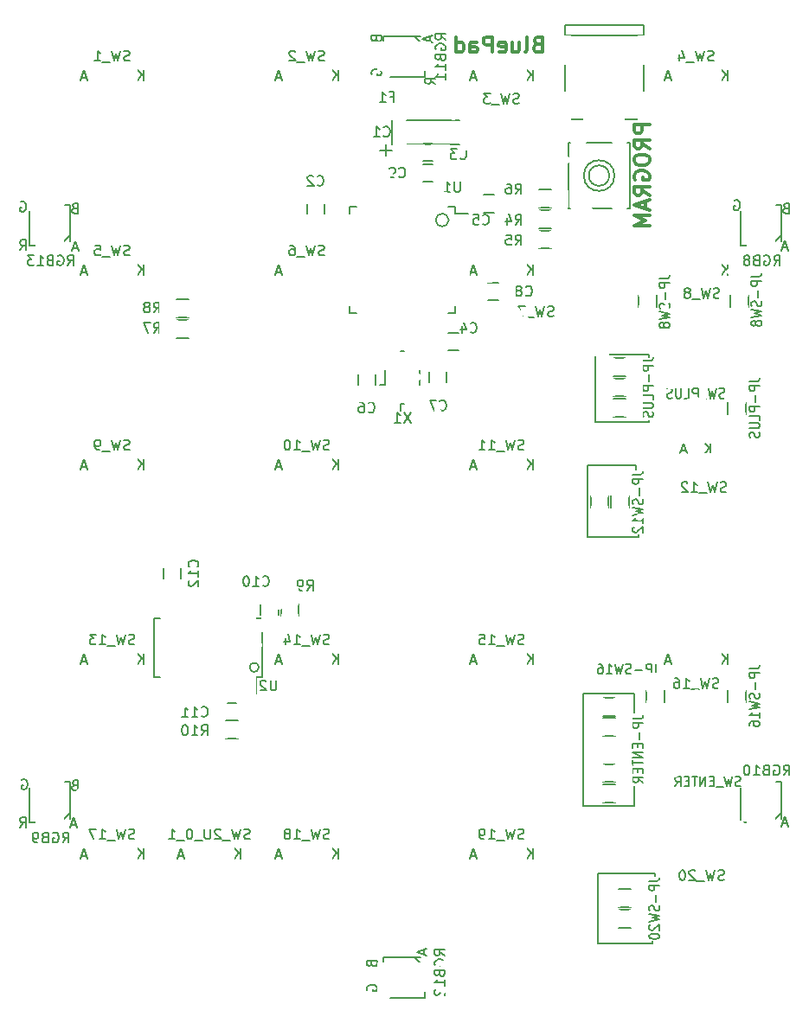
<source format=gbo>
G04 #@! TF.FileFunction,Legend,Bot*
%FSLAX46Y46*%
G04 Gerber Fmt 4.6, Leading zero omitted, Abs format (unit mm)*
G04 Created by KiCad (PCBNEW 4.0.2-stable) date Thursday, July 28, 2016 'PMt' 07:50:01 PM*
%MOMM*%
G01*
G04 APERTURE LIST*
%ADD10C,0.150000*%
%ADD11C,0.300000*%
%ADD12C,0.200000*%
%ADD13C,0.704800*%
%ADD14R,1.400000X2.000000*%
%ADD15C,2.099260*%
%ADD16R,2.099260X2.099260*%
%ADD17C,4.387810*%
%ADD18C,2.900000*%
%ADD19R,2.400000X2.400000*%
%ADD20C,2.400000*%
%ADD21R,3.399740X1.901140*%
%ADD22R,1.650000X1.900000*%
%ADD23R,1.900000X1.650000*%
%ADD24R,3.051760X2.429460*%
%ADD25R,0.900380X2.701240*%
%ADD26R,2.398980X2.899360*%
%ADD27C,1.299160*%
%ADD28R,1.400000X3.600000*%
%ADD29R,1.900000X0.950000*%
%ADD30R,0.950000X1.900000*%
%ADD31R,0.850000X2.150000*%
%ADD32R,1.700000X2.400000*%
%ADD33R,1.900000X1.700000*%
%ADD34R,1.700000X1.900000*%
%ADD35R,2.000000X1.400000*%
G04 APERTURE END LIST*
D10*
D11*
X79714285Y-20392857D02*
X79499999Y-20464286D01*
X79428571Y-20535714D01*
X79357142Y-20678571D01*
X79357142Y-20892857D01*
X79428571Y-21035714D01*
X79499999Y-21107143D01*
X79642857Y-21178571D01*
X80214285Y-21178571D01*
X80214285Y-19678571D01*
X79714285Y-19678571D01*
X79571428Y-19750000D01*
X79499999Y-19821429D01*
X79428571Y-19964286D01*
X79428571Y-20107143D01*
X79499999Y-20250000D01*
X79571428Y-20321429D01*
X79714285Y-20392857D01*
X80214285Y-20392857D01*
X78499999Y-21178571D02*
X78642857Y-21107143D01*
X78714285Y-20964286D01*
X78714285Y-19678571D01*
X77285714Y-20178571D02*
X77285714Y-21178571D01*
X77928571Y-20178571D02*
X77928571Y-20964286D01*
X77857143Y-21107143D01*
X77714285Y-21178571D01*
X77500000Y-21178571D01*
X77357143Y-21107143D01*
X77285714Y-21035714D01*
X76000000Y-21107143D02*
X76142857Y-21178571D01*
X76428571Y-21178571D01*
X76571428Y-21107143D01*
X76642857Y-20964286D01*
X76642857Y-20392857D01*
X76571428Y-20250000D01*
X76428571Y-20178571D01*
X76142857Y-20178571D01*
X76000000Y-20250000D01*
X75928571Y-20392857D01*
X75928571Y-20535714D01*
X76642857Y-20678571D01*
X75285714Y-21178571D02*
X75285714Y-19678571D01*
X74714286Y-19678571D01*
X74571428Y-19750000D01*
X74500000Y-19821429D01*
X74428571Y-19964286D01*
X74428571Y-20178571D01*
X74500000Y-20321429D01*
X74571428Y-20392857D01*
X74714286Y-20464286D01*
X75285714Y-20464286D01*
X73142857Y-21178571D02*
X73142857Y-20392857D01*
X73214286Y-20250000D01*
X73357143Y-20178571D01*
X73642857Y-20178571D01*
X73785714Y-20250000D01*
X73142857Y-21107143D02*
X73285714Y-21178571D01*
X73642857Y-21178571D01*
X73785714Y-21107143D01*
X73857143Y-20964286D01*
X73857143Y-20821429D01*
X73785714Y-20678571D01*
X73642857Y-20607143D01*
X73285714Y-20607143D01*
X73142857Y-20535714D01*
X71785714Y-21178571D02*
X71785714Y-19678571D01*
X71785714Y-21107143D02*
X71928571Y-21178571D01*
X72214285Y-21178571D01*
X72357143Y-21107143D01*
X72428571Y-21035714D01*
X72500000Y-20892857D01*
X72500000Y-20464286D01*
X72428571Y-20321429D01*
X72357143Y-20250000D01*
X72214285Y-20178571D01*
X71928571Y-20178571D01*
X71785714Y-20250000D01*
X90678571Y-28271429D02*
X89178571Y-28271429D01*
X89178571Y-28842857D01*
X89250000Y-28985715D01*
X89321429Y-29057143D01*
X89464286Y-29128572D01*
X89678571Y-29128572D01*
X89821429Y-29057143D01*
X89892857Y-28985715D01*
X89964286Y-28842857D01*
X89964286Y-28271429D01*
X90678571Y-30628572D02*
X89964286Y-30128572D01*
X90678571Y-29771429D02*
X89178571Y-29771429D01*
X89178571Y-30342857D01*
X89250000Y-30485715D01*
X89321429Y-30557143D01*
X89464286Y-30628572D01*
X89678571Y-30628572D01*
X89821429Y-30557143D01*
X89892857Y-30485715D01*
X89964286Y-30342857D01*
X89964286Y-29771429D01*
X89178571Y-31557143D02*
X89178571Y-31842857D01*
X89250000Y-31985715D01*
X89392857Y-32128572D01*
X89678571Y-32200000D01*
X90178571Y-32200000D01*
X90464286Y-32128572D01*
X90607143Y-31985715D01*
X90678571Y-31842857D01*
X90678571Y-31557143D01*
X90607143Y-31414286D01*
X90464286Y-31271429D01*
X90178571Y-31200000D01*
X89678571Y-31200000D01*
X89392857Y-31271429D01*
X89250000Y-31414286D01*
X89178571Y-31557143D01*
X89250000Y-33628572D02*
X89178571Y-33485715D01*
X89178571Y-33271429D01*
X89250000Y-33057144D01*
X89392857Y-32914286D01*
X89535714Y-32842858D01*
X89821429Y-32771429D01*
X90035714Y-32771429D01*
X90321429Y-32842858D01*
X90464286Y-32914286D01*
X90607143Y-33057144D01*
X90678571Y-33271429D01*
X90678571Y-33414286D01*
X90607143Y-33628572D01*
X90535714Y-33700001D01*
X90035714Y-33700001D01*
X90035714Y-33414286D01*
X90678571Y-35200001D02*
X89964286Y-34700001D01*
X90678571Y-34342858D02*
X89178571Y-34342858D01*
X89178571Y-34914286D01*
X89250000Y-35057144D01*
X89321429Y-35128572D01*
X89464286Y-35200001D01*
X89678571Y-35200001D01*
X89821429Y-35128572D01*
X89892857Y-35057144D01*
X89964286Y-34914286D01*
X89964286Y-34342858D01*
X90250000Y-35771429D02*
X90250000Y-36485715D01*
X90678571Y-35628572D02*
X89178571Y-36128572D01*
X90678571Y-36628572D01*
X90678571Y-37128572D02*
X89178571Y-37128572D01*
X90250000Y-37628572D01*
X89178571Y-38128572D01*
X90678571Y-38128572D01*
D10*
X99592856Y-93004762D02*
X99464285Y-93052381D01*
X99249999Y-93052381D01*
X99164285Y-93004762D01*
X99121428Y-92957143D01*
X99078571Y-92861905D01*
X99078571Y-92766667D01*
X99121428Y-92671429D01*
X99164285Y-92623810D01*
X99249999Y-92576190D01*
X99421428Y-92528571D01*
X99507142Y-92480952D01*
X99549999Y-92433333D01*
X99592856Y-92338095D01*
X99592856Y-92242857D01*
X99549999Y-92147619D01*
X99507142Y-92100000D01*
X99421428Y-92052381D01*
X99207142Y-92052381D01*
X99078571Y-92100000D01*
X98778571Y-92052381D02*
X98564285Y-93052381D01*
X98392856Y-92338095D01*
X98221428Y-93052381D01*
X98007142Y-92052381D01*
X97878571Y-93147619D02*
X97192857Y-93147619D01*
X96978571Y-92528571D02*
X96678571Y-92528571D01*
X96550000Y-93052381D02*
X96978571Y-93052381D01*
X96978571Y-92052381D01*
X96550000Y-92052381D01*
X96164285Y-93052381D02*
X96164285Y-92052381D01*
X95650000Y-93052381D01*
X95650000Y-92052381D01*
X95350000Y-92052381D02*
X94835714Y-92052381D01*
X95092857Y-93052381D02*
X95092857Y-92052381D01*
X94535714Y-92528571D02*
X94235714Y-92528571D01*
X94107143Y-93052381D02*
X94535714Y-93052381D01*
X94535714Y-92052381D01*
X94107143Y-92052381D01*
X93207143Y-93052381D02*
X93507143Y-92576190D01*
X93721428Y-93052381D02*
X93721428Y-92052381D01*
X93378571Y-92052381D01*
X93292857Y-92100000D01*
X93250000Y-92147619D01*
X93207143Y-92242857D01*
X93207143Y-92385714D01*
X93250000Y-92480952D01*
X93292857Y-92528571D01*
X93378571Y-92576190D01*
X93721428Y-92576190D01*
X98028570Y-55004762D02*
X97899999Y-55052381D01*
X97685713Y-55052381D01*
X97599999Y-55004762D01*
X97557142Y-54957143D01*
X97514285Y-54861905D01*
X97514285Y-54766667D01*
X97557142Y-54671429D01*
X97599999Y-54623810D01*
X97685713Y-54576190D01*
X97857142Y-54528571D01*
X97942856Y-54480952D01*
X97985713Y-54433333D01*
X98028570Y-54338095D01*
X98028570Y-54242857D01*
X97985713Y-54147619D01*
X97942856Y-54100000D01*
X97857142Y-54052381D01*
X97642856Y-54052381D01*
X97514285Y-54100000D01*
X97214285Y-54052381D02*
X96999999Y-55052381D01*
X96828570Y-54338095D01*
X96657142Y-55052381D01*
X96442856Y-54052381D01*
X96314285Y-55147619D02*
X95628571Y-55147619D01*
X95414285Y-55052381D02*
X95414285Y-54052381D01*
X95071428Y-54052381D01*
X94985714Y-54100000D01*
X94942857Y-54147619D01*
X94900000Y-54242857D01*
X94900000Y-54385714D01*
X94942857Y-54480952D01*
X94985714Y-54528571D01*
X95071428Y-54576190D01*
X95414285Y-54576190D01*
X94085714Y-55052381D02*
X94514285Y-55052381D01*
X94514285Y-54052381D01*
X93785714Y-54052381D02*
X93785714Y-54861905D01*
X93742857Y-54957143D01*
X93700000Y-55004762D01*
X93614286Y-55052381D01*
X93442857Y-55052381D01*
X93357143Y-55004762D01*
X93314286Y-54957143D01*
X93271429Y-54861905D01*
X93271429Y-54052381D01*
X92885714Y-55004762D02*
X92757143Y-55052381D01*
X92542857Y-55052381D01*
X92457143Y-55004762D01*
X92414286Y-54957143D01*
X92371429Y-54861905D01*
X92371429Y-54766667D01*
X92414286Y-54671429D01*
X92457143Y-54623810D01*
X92542857Y-54576190D01*
X92714286Y-54528571D01*
X92800000Y-54480952D01*
X92842857Y-54433333D01*
X92885714Y-54338095D01*
X92885714Y-54242857D01*
X92842857Y-54147619D01*
X92800000Y-54100000D01*
X92714286Y-54052381D01*
X92500000Y-54052381D01*
X92371429Y-54100000D01*
D12*
X91000000Y-108400000D02*
X91000000Y-108200000D01*
X85600000Y-108400000D02*
X91000000Y-108400000D01*
X85600000Y-101600000D02*
X85600000Y-108400000D01*
X91200000Y-101600000D02*
X85600000Y-101600000D01*
X91200000Y-101800000D02*
X91200000Y-101600000D01*
D10*
X90652381Y-102321429D02*
X91366667Y-102321429D01*
X91509524Y-102278571D01*
X91604762Y-102192857D01*
X91652381Y-102064286D01*
X91652381Y-101978571D01*
X91652381Y-102750000D02*
X90652381Y-102750000D01*
X90652381Y-103092857D01*
X90700000Y-103178571D01*
X90747619Y-103221428D01*
X90842857Y-103264285D01*
X90985714Y-103264285D01*
X91080952Y-103221428D01*
X91128571Y-103178571D01*
X91176190Y-103092857D01*
X91176190Y-102750000D01*
X91271429Y-103650000D02*
X91271429Y-104335714D01*
X91604762Y-104721429D02*
X91652381Y-104850000D01*
X91652381Y-105064286D01*
X91604762Y-105150000D01*
X91557143Y-105192857D01*
X91461905Y-105235714D01*
X91366667Y-105235714D01*
X91271429Y-105192857D01*
X91223810Y-105150000D01*
X91176190Y-105064286D01*
X91128571Y-104892857D01*
X91080952Y-104807143D01*
X91033333Y-104764286D01*
X90938095Y-104721429D01*
X90842857Y-104721429D01*
X90747619Y-104764286D01*
X90700000Y-104807143D01*
X90652381Y-104892857D01*
X90652381Y-105107143D01*
X90700000Y-105235714D01*
X90652381Y-105535714D02*
X91652381Y-105750000D01*
X90938095Y-105921429D01*
X91652381Y-106092857D01*
X90652381Y-106307143D01*
X90747619Y-106607143D02*
X90700000Y-106650000D01*
X90652381Y-106735714D01*
X90652381Y-106950000D01*
X90700000Y-107035714D01*
X90747619Y-107078571D01*
X90842857Y-107121428D01*
X90938095Y-107121428D01*
X91080952Y-107078571D01*
X91652381Y-106564285D01*
X91652381Y-107121428D01*
X90652381Y-107678571D02*
X90652381Y-107764286D01*
X90700000Y-107850000D01*
X90747619Y-107892857D01*
X90842857Y-107935714D01*
X91033333Y-107978571D01*
X91271429Y-107978571D01*
X91461905Y-107935714D01*
X91557143Y-107892857D01*
X91604762Y-107850000D01*
X91652381Y-107764286D01*
X91652381Y-107678571D01*
X91604762Y-107592857D01*
X91557143Y-107550000D01*
X91461905Y-107507143D01*
X91271429Y-107464286D01*
X91033333Y-107464286D01*
X90842857Y-107507143D01*
X90747619Y-107550000D01*
X90700000Y-107592857D01*
X90652381Y-107678571D01*
X91278571Y-81052381D02*
X91278571Y-81766667D01*
X91321429Y-81909524D01*
X91407143Y-82004762D01*
X91535714Y-82052381D01*
X91621429Y-82052381D01*
X90850000Y-82052381D02*
X90850000Y-81052381D01*
X90507143Y-81052381D01*
X90421429Y-81100000D01*
X90378572Y-81147619D01*
X90335715Y-81242857D01*
X90335715Y-81385714D01*
X90378572Y-81480952D01*
X90421429Y-81528571D01*
X90507143Y-81576190D01*
X90850000Y-81576190D01*
X89950000Y-81671429D02*
X89264286Y-81671429D01*
X88878571Y-82004762D02*
X88750000Y-82052381D01*
X88535714Y-82052381D01*
X88450000Y-82004762D01*
X88407143Y-81957143D01*
X88364286Y-81861905D01*
X88364286Y-81766667D01*
X88407143Y-81671429D01*
X88450000Y-81623810D01*
X88535714Y-81576190D01*
X88707143Y-81528571D01*
X88792857Y-81480952D01*
X88835714Y-81433333D01*
X88878571Y-81338095D01*
X88878571Y-81242857D01*
X88835714Y-81147619D01*
X88792857Y-81100000D01*
X88707143Y-81052381D01*
X88492857Y-81052381D01*
X88364286Y-81100000D01*
X88064286Y-81052381D02*
X87850000Y-82052381D01*
X87678571Y-81338095D01*
X87507143Y-82052381D01*
X87292857Y-81052381D01*
X86478572Y-82052381D02*
X86992857Y-82052381D01*
X86735715Y-82052381D02*
X86735715Y-81052381D01*
X86821429Y-81195238D01*
X86907143Y-81290476D01*
X86992857Y-81338095D01*
X85707143Y-81052381D02*
X85878572Y-81052381D01*
X85964286Y-81100000D01*
X86007143Y-81147619D01*
X86092857Y-81290476D01*
X86135714Y-81480952D01*
X86135714Y-81861905D01*
X86092857Y-81957143D01*
X86050000Y-82004762D01*
X85964286Y-82052381D01*
X85792857Y-82052381D01*
X85707143Y-82004762D01*
X85664286Y-81957143D01*
X85621429Y-81861905D01*
X85621429Y-81623810D01*
X85664286Y-81528571D01*
X85707143Y-81480952D01*
X85792857Y-81433333D01*
X85964286Y-81433333D01*
X86050000Y-81480952D01*
X86092857Y-81528571D01*
X86135714Y-81623810D01*
X100452381Y-81521429D02*
X101166667Y-81521429D01*
X101309524Y-81478571D01*
X101404762Y-81392857D01*
X101452381Y-81264286D01*
X101452381Y-81178571D01*
X101452381Y-81950000D02*
X100452381Y-81950000D01*
X100452381Y-82292857D01*
X100500000Y-82378571D01*
X100547619Y-82421428D01*
X100642857Y-82464285D01*
X100785714Y-82464285D01*
X100880952Y-82421428D01*
X100928571Y-82378571D01*
X100976190Y-82292857D01*
X100976190Y-81950000D01*
X101071429Y-82850000D02*
X101071429Y-83535714D01*
X101404762Y-83921429D02*
X101452381Y-84050000D01*
X101452381Y-84264286D01*
X101404762Y-84350000D01*
X101357143Y-84392857D01*
X101261905Y-84435714D01*
X101166667Y-84435714D01*
X101071429Y-84392857D01*
X101023810Y-84350000D01*
X100976190Y-84264286D01*
X100928571Y-84092857D01*
X100880952Y-84007143D01*
X100833333Y-83964286D01*
X100738095Y-83921429D01*
X100642857Y-83921429D01*
X100547619Y-83964286D01*
X100500000Y-84007143D01*
X100452381Y-84092857D01*
X100452381Y-84307143D01*
X100500000Y-84435714D01*
X100452381Y-84735714D02*
X101452381Y-84950000D01*
X100738095Y-85121429D01*
X101452381Y-85292857D01*
X100452381Y-85507143D01*
X101452381Y-86321428D02*
X101452381Y-85807143D01*
X101452381Y-86064285D02*
X100452381Y-86064285D01*
X100595238Y-85978571D01*
X100690476Y-85892857D01*
X100738095Y-85807143D01*
X100452381Y-87092857D02*
X100452381Y-86921428D01*
X100500000Y-86835714D01*
X100547619Y-86792857D01*
X100690476Y-86707143D01*
X100880952Y-86664286D01*
X101261905Y-86664286D01*
X101357143Y-86707143D01*
X101404762Y-86750000D01*
X101452381Y-86835714D01*
X101452381Y-87007143D01*
X101404762Y-87092857D01*
X101357143Y-87135714D01*
X101261905Y-87178571D01*
X101023810Y-87178571D01*
X100928571Y-87135714D01*
X100880952Y-87092857D01*
X100833333Y-87007143D01*
X100833333Y-86835714D01*
X100880952Y-86750000D01*
X100928571Y-86707143D01*
X101023810Y-86664286D01*
D12*
X89200000Y-95000000D02*
X89200000Y-93000000D01*
X84200000Y-95000000D02*
X89200000Y-95000000D01*
X84200000Y-84000000D02*
X84200000Y-95000000D01*
X89200000Y-84000000D02*
X84200000Y-84000000D01*
X89200000Y-85800000D02*
X89200000Y-84000000D01*
D10*
X89052381Y-86442858D02*
X89766667Y-86442858D01*
X89909524Y-86400000D01*
X90004762Y-86314286D01*
X90052381Y-86185715D01*
X90052381Y-86100000D01*
X90052381Y-86871429D02*
X89052381Y-86871429D01*
X89052381Y-87214286D01*
X89100000Y-87300000D01*
X89147619Y-87342857D01*
X89242857Y-87385714D01*
X89385714Y-87385714D01*
X89480952Y-87342857D01*
X89528571Y-87300000D01*
X89576190Y-87214286D01*
X89576190Y-86871429D01*
X89671429Y-87771429D02*
X89671429Y-88457143D01*
X89528571Y-88885715D02*
X89528571Y-89185715D01*
X90052381Y-89314286D02*
X90052381Y-88885715D01*
X89052381Y-88885715D01*
X89052381Y-89314286D01*
X90052381Y-89700001D02*
X89052381Y-89700001D01*
X90052381Y-90214286D01*
X89052381Y-90214286D01*
X89052381Y-90514286D02*
X89052381Y-91028572D01*
X90052381Y-90771429D02*
X89052381Y-90771429D01*
X89528571Y-91328572D02*
X89528571Y-91628572D01*
X90052381Y-91757143D02*
X90052381Y-91328572D01*
X89052381Y-91328572D01*
X89052381Y-91757143D01*
X90052381Y-92657143D02*
X89576190Y-92357143D01*
X90052381Y-92142858D02*
X89052381Y-92142858D01*
X89052381Y-92485715D01*
X89100000Y-92571429D01*
X89147619Y-92614286D01*
X89242857Y-92657143D01*
X89385714Y-92657143D01*
X89480952Y-92614286D01*
X89528571Y-92571429D01*
X89576190Y-92485715D01*
X89576190Y-92142858D01*
D12*
X89400000Y-61600000D02*
X89400000Y-62000000D01*
X84600000Y-61600000D02*
X89400000Y-61600000D01*
X84600000Y-68600000D02*
X84600000Y-61600000D01*
X89600000Y-68600000D02*
X84600000Y-68600000D01*
X89600000Y-68400000D02*
X89600000Y-68600000D01*
D10*
X89052381Y-62521429D02*
X89766667Y-62521429D01*
X89909524Y-62478571D01*
X90004762Y-62392857D01*
X90052381Y-62264286D01*
X90052381Y-62178571D01*
X90052381Y-62950000D02*
X89052381Y-62950000D01*
X89052381Y-63292857D01*
X89100000Y-63378571D01*
X89147619Y-63421428D01*
X89242857Y-63464285D01*
X89385714Y-63464285D01*
X89480952Y-63421428D01*
X89528571Y-63378571D01*
X89576190Y-63292857D01*
X89576190Y-62950000D01*
X89671429Y-63850000D02*
X89671429Y-64535714D01*
X90004762Y-64921429D02*
X90052381Y-65050000D01*
X90052381Y-65264286D01*
X90004762Y-65350000D01*
X89957143Y-65392857D01*
X89861905Y-65435714D01*
X89766667Y-65435714D01*
X89671429Y-65392857D01*
X89623810Y-65350000D01*
X89576190Y-65264286D01*
X89528571Y-65092857D01*
X89480952Y-65007143D01*
X89433333Y-64964286D01*
X89338095Y-64921429D01*
X89242857Y-64921429D01*
X89147619Y-64964286D01*
X89100000Y-65007143D01*
X89052381Y-65092857D01*
X89052381Y-65307143D01*
X89100000Y-65435714D01*
X89052381Y-65735714D02*
X90052381Y-65950000D01*
X89338095Y-66121429D01*
X90052381Y-66292857D01*
X89052381Y-66507143D01*
X90052381Y-67321428D02*
X90052381Y-66807143D01*
X90052381Y-67064285D02*
X89052381Y-67064285D01*
X89195238Y-66978571D01*
X89290476Y-66892857D01*
X89338095Y-66807143D01*
X89147619Y-67664286D02*
X89100000Y-67707143D01*
X89052381Y-67792857D01*
X89052381Y-68007143D01*
X89100000Y-68092857D01*
X89147619Y-68135714D01*
X89242857Y-68178571D01*
X89338095Y-68178571D01*
X89480952Y-68135714D01*
X90052381Y-67621428D01*
X90052381Y-68178571D01*
D12*
X90600000Y-50800000D02*
X90600000Y-51000000D01*
X85400000Y-50800000D02*
X90600000Y-50800000D01*
X85400000Y-57400000D02*
X85400000Y-50800000D01*
X90600000Y-57400000D02*
X85400000Y-57400000D01*
X90600000Y-57200000D02*
X90600000Y-57400000D01*
D10*
X90052381Y-51407144D02*
X90766667Y-51407144D01*
X90909524Y-51364286D01*
X91004762Y-51278572D01*
X91052381Y-51150001D01*
X91052381Y-51064286D01*
X91052381Y-51835715D02*
X90052381Y-51835715D01*
X90052381Y-52178572D01*
X90100000Y-52264286D01*
X90147619Y-52307143D01*
X90242857Y-52350000D01*
X90385714Y-52350000D01*
X90480952Y-52307143D01*
X90528571Y-52264286D01*
X90576190Y-52178572D01*
X90576190Y-51835715D01*
X90671429Y-52735715D02*
X90671429Y-53421429D01*
X91052381Y-53850001D02*
X90052381Y-53850001D01*
X90052381Y-54192858D01*
X90100000Y-54278572D01*
X90147619Y-54321429D01*
X90242857Y-54364286D01*
X90385714Y-54364286D01*
X90480952Y-54321429D01*
X90528571Y-54278572D01*
X90576190Y-54192858D01*
X90576190Y-53850001D01*
X91052381Y-55178572D02*
X91052381Y-54750001D01*
X90052381Y-54750001D01*
X90052381Y-55478572D02*
X90861905Y-55478572D01*
X90957143Y-55521429D01*
X91004762Y-55564286D01*
X91052381Y-55650000D01*
X91052381Y-55821429D01*
X91004762Y-55907143D01*
X90957143Y-55950000D01*
X90861905Y-55992857D01*
X90052381Y-55992857D01*
X91004762Y-56378572D02*
X91052381Y-56507143D01*
X91052381Y-56721429D01*
X91004762Y-56807143D01*
X90957143Y-56850000D01*
X90861905Y-56892857D01*
X90766667Y-56892857D01*
X90671429Y-56850000D01*
X90623810Y-56807143D01*
X90576190Y-56721429D01*
X90528571Y-56550000D01*
X90480952Y-56464286D01*
X90433333Y-56421429D01*
X90338095Y-56378572D01*
X90242857Y-56378572D01*
X90147619Y-56421429D01*
X90100000Y-56464286D01*
X90052381Y-56550000D01*
X90052381Y-56764286D01*
X90100000Y-56892857D01*
X100452381Y-53407144D02*
X101166667Y-53407144D01*
X101309524Y-53364286D01*
X101404762Y-53278572D01*
X101452381Y-53150001D01*
X101452381Y-53064286D01*
X101452381Y-53835715D02*
X100452381Y-53835715D01*
X100452381Y-54178572D01*
X100500000Y-54264286D01*
X100547619Y-54307143D01*
X100642857Y-54350000D01*
X100785714Y-54350000D01*
X100880952Y-54307143D01*
X100928571Y-54264286D01*
X100976190Y-54178572D01*
X100976190Y-53835715D01*
X101071429Y-54735715D02*
X101071429Y-55421429D01*
X101452381Y-55850001D02*
X100452381Y-55850001D01*
X100452381Y-56192858D01*
X100500000Y-56278572D01*
X100547619Y-56321429D01*
X100642857Y-56364286D01*
X100785714Y-56364286D01*
X100880952Y-56321429D01*
X100928571Y-56278572D01*
X100976190Y-56192858D01*
X100976190Y-55850001D01*
X101452381Y-57178572D02*
X101452381Y-56750001D01*
X100452381Y-56750001D01*
X100452381Y-57478572D02*
X101261905Y-57478572D01*
X101357143Y-57521429D01*
X101404762Y-57564286D01*
X101452381Y-57650000D01*
X101452381Y-57821429D01*
X101404762Y-57907143D01*
X101357143Y-57950000D01*
X101261905Y-57992857D01*
X100452381Y-57992857D01*
X101404762Y-58378572D02*
X101452381Y-58507143D01*
X101452381Y-58721429D01*
X101404762Y-58807143D01*
X101357143Y-58850000D01*
X101261905Y-58892857D01*
X101166667Y-58892857D01*
X101071429Y-58850000D01*
X101023810Y-58807143D01*
X100976190Y-58721429D01*
X100928571Y-58550000D01*
X100880952Y-58464286D01*
X100833333Y-58421429D01*
X100738095Y-58378572D01*
X100642857Y-58378572D01*
X100547619Y-58421429D01*
X100500000Y-58464286D01*
X100452381Y-58550000D01*
X100452381Y-58764286D01*
X100500000Y-58892857D01*
X100652381Y-43150001D02*
X101366667Y-43150001D01*
X101509524Y-43107143D01*
X101604762Y-43021429D01*
X101652381Y-42892858D01*
X101652381Y-42807143D01*
X101652381Y-43578572D02*
X100652381Y-43578572D01*
X100652381Y-43921429D01*
X100700000Y-44007143D01*
X100747619Y-44050000D01*
X100842857Y-44092857D01*
X100985714Y-44092857D01*
X101080952Y-44050000D01*
X101128571Y-44007143D01*
X101176190Y-43921429D01*
X101176190Y-43578572D01*
X101271429Y-44478572D02*
X101271429Y-45164286D01*
X101604762Y-45550001D02*
X101652381Y-45678572D01*
X101652381Y-45892858D01*
X101604762Y-45978572D01*
X101557143Y-46021429D01*
X101461905Y-46064286D01*
X101366667Y-46064286D01*
X101271429Y-46021429D01*
X101223810Y-45978572D01*
X101176190Y-45892858D01*
X101128571Y-45721429D01*
X101080952Y-45635715D01*
X101033333Y-45592858D01*
X100938095Y-45550001D01*
X100842857Y-45550001D01*
X100747619Y-45592858D01*
X100700000Y-45635715D01*
X100652381Y-45721429D01*
X100652381Y-45935715D01*
X100700000Y-46064286D01*
X100652381Y-46364286D02*
X101652381Y-46578572D01*
X100938095Y-46750001D01*
X101652381Y-46921429D01*
X100652381Y-47135715D01*
X101080952Y-47607143D02*
X101033333Y-47521429D01*
X100985714Y-47478572D01*
X100890476Y-47435715D01*
X100842857Y-47435715D01*
X100747619Y-47478572D01*
X100700000Y-47521429D01*
X100652381Y-47607143D01*
X100652381Y-47778572D01*
X100700000Y-47864286D01*
X100747619Y-47907143D01*
X100842857Y-47950000D01*
X100890476Y-47950000D01*
X100985714Y-47907143D01*
X101033333Y-47864286D01*
X101080952Y-47778572D01*
X101080952Y-47607143D01*
X101128571Y-47521429D01*
X101176190Y-47478572D01*
X101271429Y-47435715D01*
X101461905Y-47435715D01*
X101557143Y-47478572D01*
X101604762Y-47521429D01*
X101652381Y-47607143D01*
X101652381Y-47778572D01*
X101604762Y-47864286D01*
X101557143Y-47907143D01*
X101461905Y-47950000D01*
X101271429Y-47950000D01*
X101176190Y-47907143D01*
X101128571Y-47864286D01*
X101080952Y-47778572D01*
X91652381Y-43350001D02*
X92366667Y-43350001D01*
X92509524Y-43307143D01*
X92604762Y-43221429D01*
X92652381Y-43092858D01*
X92652381Y-43007143D01*
X92652381Y-43778572D02*
X91652381Y-43778572D01*
X91652381Y-44121429D01*
X91700000Y-44207143D01*
X91747619Y-44250000D01*
X91842857Y-44292857D01*
X91985714Y-44292857D01*
X92080952Y-44250000D01*
X92128571Y-44207143D01*
X92176190Y-44121429D01*
X92176190Y-43778572D01*
X92271429Y-44678572D02*
X92271429Y-45364286D01*
X92604762Y-45750001D02*
X92652381Y-45878572D01*
X92652381Y-46092858D01*
X92604762Y-46178572D01*
X92557143Y-46221429D01*
X92461905Y-46264286D01*
X92366667Y-46264286D01*
X92271429Y-46221429D01*
X92223810Y-46178572D01*
X92176190Y-46092858D01*
X92128571Y-45921429D01*
X92080952Y-45835715D01*
X92033333Y-45792858D01*
X91938095Y-45750001D01*
X91842857Y-45750001D01*
X91747619Y-45792858D01*
X91700000Y-45835715D01*
X91652381Y-45921429D01*
X91652381Y-46135715D01*
X91700000Y-46264286D01*
X91652381Y-46564286D02*
X92652381Y-46778572D01*
X91938095Y-46950001D01*
X92652381Y-47121429D01*
X91652381Y-47335715D01*
X92080952Y-47807143D02*
X92033333Y-47721429D01*
X91985714Y-47678572D01*
X91890476Y-47635715D01*
X91842857Y-47635715D01*
X91747619Y-47678572D01*
X91700000Y-47721429D01*
X91652381Y-47807143D01*
X91652381Y-47978572D01*
X91700000Y-48064286D01*
X91747619Y-48107143D01*
X91842857Y-48150000D01*
X91890476Y-48150000D01*
X91985714Y-48107143D01*
X92033333Y-48064286D01*
X92080952Y-47978572D01*
X92080952Y-47807143D01*
X92128571Y-47721429D01*
X92176190Y-47678572D01*
X92271429Y-47635715D01*
X92461905Y-47635715D01*
X92557143Y-47678572D01*
X92604762Y-47721429D01*
X92652381Y-47807143D01*
X92652381Y-47978572D01*
X92604762Y-48064286D01*
X92557143Y-48107143D01*
X92461905Y-48150000D01*
X92271429Y-48150000D01*
X92176190Y-48107143D01*
X92128571Y-48064286D01*
X92080952Y-47978572D01*
D12*
X52447214Y-81400000D02*
G75*
G03X52447214Y-81400000I-447214J0D01*
G01*
X71032456Y-37600000D02*
G75*
G03X71032456Y-37600000I-632456J0D01*
G01*
D10*
X30004000Y-93615000D02*
X30004000Y-93215000D01*
X34004000Y-92615000D02*
X33504000Y-92615000D01*
X34004000Y-93615000D02*
X34004000Y-92615000D01*
X30004000Y-96615000D02*
X30604000Y-96615000D01*
X30004000Y-96615000D02*
X30004000Y-96215000D01*
X33404000Y-96215000D02*
X34004000Y-95615000D01*
X34004000Y-93615000D02*
X34004000Y-96215000D01*
X30004000Y-96215000D02*
X30004000Y-93615000D01*
X66899040Y-27801120D02*
X72100960Y-27801120D01*
X72100960Y-30198880D02*
X66899040Y-30198880D01*
X64900060Y-31298700D02*
X64900060Y-30198880D01*
X64300620Y-30798320D02*
X65499500Y-30798320D01*
X65504580Y-30198880D02*
X65504580Y-27801120D01*
X57150000Y-37000000D02*
X57150000Y-36000000D01*
X58850000Y-36000000D02*
X58850000Y-37000000D01*
X69500000Y-31850000D02*
X68500000Y-31850000D01*
X68500000Y-30150000D02*
X69500000Y-30150000D01*
X71000000Y-48650000D02*
X72000000Y-48650000D01*
X72000000Y-50350000D02*
X71000000Y-50350000D01*
X75500000Y-36850000D02*
X74500000Y-36850000D01*
X74500000Y-35150000D02*
X75500000Y-35150000D01*
X63850000Y-52750000D02*
X63850000Y-53750000D01*
X62150000Y-53750000D02*
X62150000Y-52750000D01*
X69150000Y-53500000D02*
X69150000Y-52500000D01*
X70850000Y-52500000D02*
X70850000Y-53500000D01*
X75900000Y-45450000D02*
X74900000Y-45450000D01*
X74900000Y-43750000D02*
X75900000Y-43750000D01*
X69500000Y-33850000D02*
X68500000Y-33850000D01*
X68500000Y-32150000D02*
X69500000Y-32150000D01*
X54350000Y-75250000D02*
X54350000Y-76250000D01*
X52650000Y-76250000D02*
X52650000Y-75250000D01*
X49250000Y-84900000D02*
X50250000Y-84900000D01*
X50250000Y-86600000D02*
X49250000Y-86600000D01*
X82382360Y-19514820D02*
X90083640Y-19514820D01*
X82382360Y-18514060D02*
X90083640Y-18514060D01*
X90083640Y-18514060D02*
X90083640Y-27713940D01*
X90083640Y-27713940D02*
X82382360Y-27713940D01*
X82382360Y-27713940D02*
X82382360Y-18514060D01*
X82750000Y-36500000D02*
X82950000Y-36500000D01*
X88750000Y-36500000D02*
X88550000Y-36500000D01*
X88750000Y-30000000D02*
X88550000Y-30000000D01*
X82750000Y-30000000D02*
X82950000Y-30000000D01*
X84550000Y-30000000D02*
X86950000Y-30000000D01*
X84550000Y-36500000D02*
X86950000Y-36500000D01*
X82750000Y-36500000D02*
X82750000Y-30000000D01*
X88750000Y-30000000D02*
X88750000Y-36500000D01*
X86750000Y-33250000D02*
G75*
G03X86750000Y-33250000I-1000000J0D01*
G01*
X87250000Y-33250000D02*
G75*
G03X87250000Y-33250000I-1500000J0D01*
G01*
X71675000Y-36325000D02*
X71675000Y-37000000D01*
X61325000Y-36325000D02*
X61325000Y-37000000D01*
X61325000Y-46675000D02*
X61325000Y-46000000D01*
X71675000Y-46675000D02*
X71675000Y-46000000D01*
X71675000Y-36325000D02*
X71000000Y-36325000D01*
X71675000Y-46675000D02*
X71000000Y-46675000D01*
X61325000Y-46675000D02*
X62000000Y-46675000D01*
X61325000Y-36325000D02*
X62000000Y-36325000D01*
X71675000Y-37000000D02*
X72950000Y-37000000D01*
X52825000Y-82375000D02*
X52175000Y-82375000D01*
X52825000Y-76625000D02*
X52175000Y-76625000D01*
X42175000Y-76625000D02*
X42825000Y-76625000D01*
X42175000Y-82375000D02*
X42825000Y-82375000D01*
X52825000Y-82375000D02*
X52825000Y-76625000D01*
X42175000Y-82375000D02*
X42175000Y-76625000D01*
X52175000Y-82375000D02*
X52175000Y-83975000D01*
X66300000Y-55600000D02*
X66300000Y-56300000D01*
X64800000Y-53700000D02*
X64300000Y-53700000D01*
X64800000Y-52297920D02*
X64800000Y-53700000D01*
X68200000Y-53701040D02*
X68200000Y-52298960D01*
X66300000Y-50400000D02*
X66700000Y-50400000D01*
X66300000Y-55600000D02*
X66700000Y-55600000D01*
X81100000Y-36625000D02*
X79900000Y-36625000D01*
X79900000Y-38375000D02*
X81100000Y-38375000D01*
X81100000Y-38625000D02*
X79900000Y-38625000D01*
X79900000Y-40375000D02*
X81100000Y-40375000D01*
X79900000Y-36375000D02*
X81100000Y-36375000D01*
X81100000Y-34625000D02*
X79900000Y-34625000D01*
X44400000Y-49125000D02*
X45600000Y-49125000D01*
X45600000Y-47375000D02*
X44400000Y-47375000D01*
X44400000Y-47125000D02*
X45600000Y-47125000D01*
X45600000Y-45375000D02*
X44400000Y-45375000D01*
X54625000Y-75150000D02*
X54625000Y-76350000D01*
X56375000Y-76350000D02*
X56375000Y-75150000D01*
X49250000Y-88375000D02*
X50450000Y-88375000D01*
X50450000Y-86625000D02*
X49250000Y-86625000D01*
X87350000Y-86375000D02*
X86150000Y-86375000D01*
X86150000Y-88125000D02*
X87350000Y-88125000D01*
X86150000Y-86125000D02*
X87350000Y-86125000D01*
X87350000Y-84375000D02*
X86150000Y-84375000D01*
X87350000Y-92875000D02*
X86150000Y-92875000D01*
X86150000Y-94625000D02*
X87350000Y-94625000D01*
X86150000Y-92625000D02*
X87350000Y-92625000D01*
X87350000Y-90875000D02*
X86150000Y-90875000D01*
X98375000Y-55400000D02*
X98375000Y-56600000D01*
X100125000Y-56600000D02*
X100125000Y-55400000D01*
X88350000Y-55125000D02*
X87150000Y-55125000D01*
X87150000Y-56875000D02*
X88350000Y-56875000D01*
X88350000Y-53125000D02*
X87150000Y-53125000D01*
X87150000Y-54875000D02*
X88350000Y-54875000D01*
X87150000Y-52875000D02*
X88350000Y-52875000D01*
X88350000Y-51125000D02*
X87150000Y-51125000D01*
X98625000Y-44900000D02*
X98625000Y-46100000D01*
X100375000Y-46100000D02*
X100375000Y-44900000D01*
X89625000Y-44900000D02*
X89625000Y-46100000D01*
X91375000Y-46100000D02*
X91375000Y-44900000D01*
X88675000Y-65800000D02*
X88675000Y-64600000D01*
X86925000Y-64600000D02*
X86925000Y-65800000D01*
X86675000Y-65800000D02*
X86675000Y-64600000D01*
X84925000Y-64600000D02*
X84925000Y-65800000D01*
X98375000Y-83650000D02*
X98375000Y-84850000D01*
X100125000Y-84850000D02*
X100125000Y-83650000D01*
X90375000Y-83650000D02*
X90375000Y-84850000D01*
X92125000Y-84850000D02*
X92125000Y-83650000D01*
X87650000Y-104875000D02*
X88850000Y-104875000D01*
X88850000Y-103125000D02*
X87650000Y-103125000D01*
X88850000Y-105125000D02*
X87650000Y-105125000D01*
X87650000Y-106875000D02*
X88850000Y-106875000D01*
X44850000Y-71700000D02*
X44850000Y-72700000D01*
X43150000Y-72700000D02*
X43150000Y-71700000D01*
X99600000Y-37100000D02*
X99600000Y-36700000D01*
X103600000Y-36100000D02*
X103100000Y-36100000D01*
X103600000Y-37100000D02*
X103600000Y-36100000D01*
X99600000Y-40100000D02*
X100200000Y-40100000D01*
X99600000Y-40100000D02*
X99600000Y-39700000D01*
X103000000Y-39700000D02*
X103600000Y-39100000D01*
X103600000Y-37100000D02*
X103600000Y-39700000D01*
X99600000Y-39700000D02*
X99600000Y-37100000D01*
X99600000Y-93615000D02*
X99600000Y-93215000D01*
X103600000Y-92615000D02*
X103100000Y-92615000D01*
X103600000Y-93615000D02*
X103600000Y-92615000D01*
X99600000Y-96615000D02*
X100200000Y-96615000D01*
X99600000Y-96615000D02*
X99600000Y-96215000D01*
X103000000Y-96215000D02*
X103600000Y-95615000D01*
X103600000Y-93615000D02*
X103600000Y-96215000D01*
X99600000Y-96215000D02*
X99600000Y-93615000D01*
X65675000Y-23590000D02*
X65275000Y-23590000D01*
X64675000Y-19590000D02*
X64675000Y-20090000D01*
X65675000Y-19590000D02*
X64675000Y-19590000D01*
X68675000Y-23590000D02*
X68675000Y-22990000D01*
X68675000Y-23590000D02*
X68275000Y-23590000D01*
X68275000Y-20190000D02*
X67675000Y-19590000D01*
X65675000Y-19590000D02*
X68275000Y-19590000D01*
X68275000Y-23590000D02*
X65675000Y-23590000D01*
X65675000Y-113760000D02*
X65275000Y-113760000D01*
X64675000Y-109760000D02*
X64675000Y-110260000D01*
X65675000Y-109760000D02*
X64675000Y-109760000D01*
X68675000Y-113760000D02*
X68675000Y-113160000D01*
X68675000Y-113760000D02*
X68275000Y-113760000D01*
X68275000Y-110360000D02*
X67675000Y-109760000D01*
X65675000Y-109760000D02*
X68275000Y-109760000D01*
X68275000Y-113760000D02*
X65675000Y-113760000D01*
X30004000Y-37100000D02*
X30004000Y-36700000D01*
X34004000Y-36100000D02*
X33504000Y-36100000D01*
X34004000Y-37100000D02*
X34004000Y-36100000D01*
X30004000Y-40100000D02*
X30604000Y-40100000D01*
X30004000Y-40100000D02*
X30004000Y-39700000D01*
X33404000Y-39700000D02*
X34004000Y-39100000D01*
X34004000Y-37100000D02*
X34004000Y-39700000D01*
X30004000Y-39700000D02*
X30004000Y-37100000D01*
X33270666Y-98567381D02*
X33604000Y-98091190D01*
X33842095Y-98567381D02*
X33842095Y-97567381D01*
X33461142Y-97567381D01*
X33365904Y-97615000D01*
X33318285Y-97662619D01*
X33270666Y-97757857D01*
X33270666Y-97900714D01*
X33318285Y-97995952D01*
X33365904Y-98043571D01*
X33461142Y-98091190D01*
X33842095Y-98091190D01*
X32318285Y-97615000D02*
X32413523Y-97567381D01*
X32556380Y-97567381D01*
X32699238Y-97615000D01*
X32794476Y-97710238D01*
X32842095Y-97805476D01*
X32889714Y-97995952D01*
X32889714Y-98138810D01*
X32842095Y-98329286D01*
X32794476Y-98424524D01*
X32699238Y-98519762D01*
X32556380Y-98567381D01*
X32461142Y-98567381D01*
X32318285Y-98519762D01*
X32270666Y-98472143D01*
X32270666Y-98138810D01*
X32461142Y-98138810D01*
X31508761Y-98043571D02*
X31365904Y-98091190D01*
X31318285Y-98138810D01*
X31270666Y-98234048D01*
X31270666Y-98376905D01*
X31318285Y-98472143D01*
X31365904Y-98519762D01*
X31461142Y-98567381D01*
X31842095Y-98567381D01*
X31842095Y-97567381D01*
X31508761Y-97567381D01*
X31413523Y-97615000D01*
X31365904Y-97662619D01*
X31318285Y-97757857D01*
X31318285Y-97853095D01*
X31365904Y-97948333D01*
X31413523Y-97995952D01*
X31508761Y-98043571D01*
X31842095Y-98043571D01*
X30794476Y-98567381D02*
X30604000Y-98567381D01*
X30508761Y-98519762D01*
X30461142Y-98472143D01*
X30365904Y-98329286D01*
X30318285Y-98138810D01*
X30318285Y-97757857D01*
X30365904Y-97662619D01*
X30413523Y-97615000D01*
X30508761Y-97567381D01*
X30699238Y-97567381D01*
X30794476Y-97615000D01*
X30842095Y-97662619D01*
X30889714Y-97757857D01*
X30889714Y-97995952D01*
X30842095Y-98091190D01*
X30794476Y-98138810D01*
X30699238Y-98186429D01*
X30508761Y-98186429D01*
X30413523Y-98138810D01*
X30365904Y-98091190D01*
X30318285Y-97995952D01*
X29094476Y-97067381D02*
X29427810Y-96591190D01*
X29665905Y-97067381D02*
X29665905Y-96067381D01*
X29284952Y-96067381D01*
X29189714Y-96115000D01*
X29142095Y-96162619D01*
X29094476Y-96257857D01*
X29094476Y-96400714D01*
X29142095Y-96495952D01*
X29189714Y-96543571D01*
X29284952Y-96591190D01*
X29665905Y-96591190D01*
X34432571Y-92943571D02*
X34289714Y-92991190D01*
X34242095Y-93038810D01*
X34194476Y-93134048D01*
X34194476Y-93276905D01*
X34242095Y-93372143D01*
X34289714Y-93419762D01*
X34384952Y-93467381D01*
X34765905Y-93467381D01*
X34765905Y-92467381D01*
X34432571Y-92467381D01*
X34337333Y-92515000D01*
X34289714Y-92562619D01*
X34242095Y-92657857D01*
X34242095Y-92753095D01*
X34289714Y-92848333D01*
X34337333Y-92895952D01*
X34432571Y-92943571D01*
X34765905Y-92943571D01*
X29265595Y-92400500D02*
X29360833Y-92352881D01*
X29503690Y-92352881D01*
X29646548Y-92400500D01*
X29741786Y-92495738D01*
X29789405Y-92590976D01*
X29837024Y-92781452D01*
X29837024Y-92924310D01*
X29789405Y-93114786D01*
X29741786Y-93210024D01*
X29646548Y-93305262D01*
X29503690Y-93352881D01*
X29408452Y-93352881D01*
X29265595Y-93305262D01*
X29217976Y-93257643D01*
X29217976Y-92924310D01*
X29408452Y-92924310D01*
X34528095Y-96813667D02*
X34051904Y-96813667D01*
X34623333Y-97099381D02*
X34290000Y-96099381D01*
X33956666Y-97099381D01*
D12*
X40290476Y-98179762D02*
X40147619Y-98227381D01*
X39909523Y-98227381D01*
X39814285Y-98179762D01*
X39766666Y-98132143D01*
X39719047Y-98036905D01*
X39719047Y-97941667D01*
X39766666Y-97846429D01*
X39814285Y-97798810D01*
X39909523Y-97751190D01*
X40100000Y-97703571D01*
X40195238Y-97655952D01*
X40242857Y-97608333D01*
X40290476Y-97513095D01*
X40290476Y-97417857D01*
X40242857Y-97322619D01*
X40195238Y-97275000D01*
X40100000Y-97227381D01*
X39861904Y-97227381D01*
X39719047Y-97275000D01*
X39385714Y-97227381D02*
X39147619Y-98227381D01*
X38957142Y-97513095D01*
X38766666Y-98227381D01*
X38528571Y-97227381D01*
X38385714Y-98322619D02*
X37623809Y-98322619D01*
X36861904Y-98227381D02*
X37433333Y-98227381D01*
X37147619Y-98227381D02*
X37147619Y-97227381D01*
X37242857Y-97370238D01*
X37338095Y-97465476D01*
X37433333Y-97513095D01*
X36528571Y-97227381D02*
X35861904Y-97227381D01*
X36290476Y-98227381D01*
D10*
X35544095Y-99861667D02*
X35067904Y-99861667D01*
X35639333Y-100147381D02*
X35306000Y-99147381D01*
X34972666Y-100147381D01*
X41155905Y-100147381D02*
X41155905Y-99147381D01*
X40584476Y-100147381D02*
X41013048Y-99575952D01*
X40584476Y-99147381D02*
X41155905Y-99718810D01*
D12*
X59340476Y-98179762D02*
X59197619Y-98227381D01*
X58959523Y-98227381D01*
X58864285Y-98179762D01*
X58816666Y-98132143D01*
X58769047Y-98036905D01*
X58769047Y-97941667D01*
X58816666Y-97846429D01*
X58864285Y-97798810D01*
X58959523Y-97751190D01*
X59150000Y-97703571D01*
X59245238Y-97655952D01*
X59292857Y-97608333D01*
X59340476Y-97513095D01*
X59340476Y-97417857D01*
X59292857Y-97322619D01*
X59245238Y-97275000D01*
X59150000Y-97227381D01*
X58911904Y-97227381D01*
X58769047Y-97275000D01*
X58435714Y-97227381D02*
X58197619Y-98227381D01*
X58007142Y-97513095D01*
X57816666Y-98227381D01*
X57578571Y-97227381D01*
X57435714Y-98322619D02*
X56673809Y-98322619D01*
X55911904Y-98227381D02*
X56483333Y-98227381D01*
X56197619Y-98227381D02*
X56197619Y-97227381D01*
X56292857Y-97370238D01*
X56388095Y-97465476D01*
X56483333Y-97513095D01*
X55340476Y-97655952D02*
X55435714Y-97608333D01*
X55483333Y-97560714D01*
X55530952Y-97465476D01*
X55530952Y-97417857D01*
X55483333Y-97322619D01*
X55435714Y-97275000D01*
X55340476Y-97227381D01*
X55149999Y-97227381D01*
X55054761Y-97275000D01*
X55007142Y-97322619D01*
X54959523Y-97417857D01*
X54959523Y-97465476D01*
X55007142Y-97560714D01*
X55054761Y-97608333D01*
X55149999Y-97655952D01*
X55340476Y-97655952D01*
X55435714Y-97703571D01*
X55483333Y-97751190D01*
X55530952Y-97846429D01*
X55530952Y-98036905D01*
X55483333Y-98132143D01*
X55435714Y-98179762D01*
X55340476Y-98227381D01*
X55149999Y-98227381D01*
X55054761Y-98179762D01*
X55007142Y-98132143D01*
X54959523Y-98036905D01*
X54959523Y-97846429D01*
X55007142Y-97751190D01*
X55054761Y-97703571D01*
X55149999Y-97655952D01*
D10*
X54594095Y-99861667D02*
X54117904Y-99861667D01*
X54689333Y-100147381D02*
X54356000Y-99147381D01*
X54022666Y-100147381D01*
X60205905Y-100147381D02*
X60205905Y-99147381D01*
X59634476Y-100147381D02*
X60063048Y-99575952D01*
X59634476Y-99147381D02*
X60205905Y-99718810D01*
D12*
X97990476Y-102204762D02*
X97847619Y-102252381D01*
X97609523Y-102252381D01*
X97514285Y-102204762D01*
X97466666Y-102157143D01*
X97419047Y-102061905D01*
X97419047Y-101966667D01*
X97466666Y-101871429D01*
X97514285Y-101823810D01*
X97609523Y-101776190D01*
X97800000Y-101728571D01*
X97895238Y-101680952D01*
X97942857Y-101633333D01*
X97990476Y-101538095D01*
X97990476Y-101442857D01*
X97942857Y-101347619D01*
X97895238Y-101300000D01*
X97800000Y-101252381D01*
X97561904Y-101252381D01*
X97419047Y-101300000D01*
X97085714Y-101252381D02*
X96847619Y-102252381D01*
X96657142Y-101538095D01*
X96466666Y-102252381D01*
X96228571Y-101252381D01*
X96085714Y-102347619D02*
X95323809Y-102347619D01*
X95133333Y-101347619D02*
X95085714Y-101300000D01*
X94990476Y-101252381D01*
X94752380Y-101252381D01*
X94657142Y-101300000D01*
X94609523Y-101347619D01*
X94561904Y-101442857D01*
X94561904Y-101538095D01*
X94609523Y-101680952D01*
X95180952Y-102252381D01*
X94561904Y-102252381D01*
X93942857Y-101252381D02*
X93847618Y-101252381D01*
X93752380Y-101300000D01*
X93704761Y-101347619D01*
X93657142Y-101442857D01*
X93609523Y-101633333D01*
X93609523Y-101871429D01*
X93657142Y-102061905D01*
X93704761Y-102157143D01*
X93752380Y-102204762D01*
X93847618Y-102252381D01*
X93942857Y-102252381D01*
X94038095Y-102204762D01*
X94085714Y-102157143D01*
X94133333Y-102061905D01*
X94180952Y-101871429D01*
X94180952Y-101633333D01*
X94133333Y-101442857D01*
X94085714Y-101347619D01*
X94038095Y-101300000D01*
X93942857Y-101252381D01*
X97440476Y-83404762D02*
X97297619Y-83452381D01*
X97059523Y-83452381D01*
X96964285Y-83404762D01*
X96916666Y-83357143D01*
X96869047Y-83261905D01*
X96869047Y-83166667D01*
X96916666Y-83071429D01*
X96964285Y-83023810D01*
X97059523Y-82976190D01*
X97250000Y-82928571D01*
X97345238Y-82880952D01*
X97392857Y-82833333D01*
X97440476Y-82738095D01*
X97440476Y-82642857D01*
X97392857Y-82547619D01*
X97345238Y-82500000D01*
X97250000Y-82452381D01*
X97011904Y-82452381D01*
X96869047Y-82500000D01*
X96535714Y-82452381D02*
X96297619Y-83452381D01*
X96107142Y-82738095D01*
X95916666Y-83452381D01*
X95678571Y-82452381D01*
X95535714Y-83547619D02*
X94773809Y-83547619D01*
X94011904Y-83452381D02*
X94583333Y-83452381D01*
X94297619Y-83452381D02*
X94297619Y-82452381D01*
X94392857Y-82595238D01*
X94488095Y-82690476D01*
X94583333Y-82738095D01*
X93154761Y-82452381D02*
X93345238Y-82452381D01*
X93440476Y-82500000D01*
X93488095Y-82547619D01*
X93583333Y-82690476D01*
X93630952Y-82880952D01*
X93630952Y-83261905D01*
X93583333Y-83357143D01*
X93535714Y-83404762D01*
X93440476Y-83452381D01*
X93249999Y-83452381D01*
X93154761Y-83404762D01*
X93107142Y-83357143D01*
X93059523Y-83261905D01*
X93059523Y-83023810D01*
X93107142Y-82928571D01*
X93154761Y-82880952D01*
X93249999Y-82833333D01*
X93440476Y-82833333D01*
X93535714Y-82880952D01*
X93583333Y-82928571D01*
X93630952Y-83023810D01*
D10*
X92694095Y-80811667D02*
X92217904Y-80811667D01*
X92789333Y-81097381D02*
X92456000Y-80097381D01*
X92122666Y-81097381D01*
X98305905Y-81097381D02*
X98305905Y-80097381D01*
X97734476Y-81097381D02*
X98163048Y-80525952D01*
X97734476Y-80097381D02*
X98305905Y-80668810D01*
D12*
X98190476Y-64204762D02*
X98047619Y-64252381D01*
X97809523Y-64252381D01*
X97714285Y-64204762D01*
X97666666Y-64157143D01*
X97619047Y-64061905D01*
X97619047Y-63966667D01*
X97666666Y-63871429D01*
X97714285Y-63823810D01*
X97809523Y-63776190D01*
X98000000Y-63728571D01*
X98095238Y-63680952D01*
X98142857Y-63633333D01*
X98190476Y-63538095D01*
X98190476Y-63442857D01*
X98142857Y-63347619D01*
X98095238Y-63300000D01*
X98000000Y-63252381D01*
X97761904Y-63252381D01*
X97619047Y-63300000D01*
X97285714Y-63252381D02*
X97047619Y-64252381D01*
X96857142Y-63538095D01*
X96666666Y-64252381D01*
X96428571Y-63252381D01*
X96285714Y-64347619D02*
X95523809Y-64347619D01*
X94761904Y-64252381D02*
X95333333Y-64252381D01*
X95047619Y-64252381D02*
X95047619Y-63252381D01*
X95142857Y-63395238D01*
X95238095Y-63490476D01*
X95333333Y-63538095D01*
X94380952Y-63347619D02*
X94333333Y-63300000D01*
X94238095Y-63252381D01*
X93999999Y-63252381D01*
X93904761Y-63300000D01*
X93857142Y-63347619D01*
X93809523Y-63442857D01*
X93809523Y-63538095D01*
X93857142Y-63680952D01*
X94428571Y-64252381D01*
X93809523Y-64252381D01*
D10*
X94238095Y-60166667D02*
X93761904Y-60166667D01*
X94333333Y-60452381D02*
X94000000Y-59452381D01*
X93666666Y-60452381D01*
X96661905Y-60452381D02*
X96661905Y-59452381D01*
X96090476Y-60452381D02*
X96519048Y-59880952D01*
X96090476Y-59452381D02*
X96661905Y-60023810D01*
D12*
X97514286Y-45204762D02*
X97371429Y-45252381D01*
X97133333Y-45252381D01*
X97038095Y-45204762D01*
X96990476Y-45157143D01*
X96942857Y-45061905D01*
X96942857Y-44966667D01*
X96990476Y-44871429D01*
X97038095Y-44823810D01*
X97133333Y-44776190D01*
X97323810Y-44728571D01*
X97419048Y-44680952D01*
X97466667Y-44633333D01*
X97514286Y-44538095D01*
X97514286Y-44442857D01*
X97466667Y-44347619D01*
X97419048Y-44300000D01*
X97323810Y-44252381D01*
X97085714Y-44252381D01*
X96942857Y-44300000D01*
X96609524Y-44252381D02*
X96371429Y-45252381D01*
X96180952Y-44538095D01*
X95990476Y-45252381D01*
X95752381Y-44252381D01*
X95609524Y-45347619D02*
X94847619Y-45347619D01*
X94466667Y-44680952D02*
X94561905Y-44633333D01*
X94609524Y-44585714D01*
X94657143Y-44490476D01*
X94657143Y-44442857D01*
X94609524Y-44347619D01*
X94561905Y-44300000D01*
X94466667Y-44252381D01*
X94276190Y-44252381D01*
X94180952Y-44300000D01*
X94133333Y-44347619D01*
X94085714Y-44442857D01*
X94085714Y-44490476D01*
X94133333Y-44585714D01*
X94180952Y-44633333D01*
X94276190Y-44680952D01*
X94466667Y-44680952D01*
X94561905Y-44728571D01*
X94609524Y-44776190D01*
X94657143Y-44871429D01*
X94657143Y-45061905D01*
X94609524Y-45157143D01*
X94561905Y-45204762D01*
X94466667Y-45252381D01*
X94276190Y-45252381D01*
X94180952Y-45204762D01*
X94133333Y-45157143D01*
X94085714Y-45061905D01*
X94085714Y-44871429D01*
X94133333Y-44776190D01*
X94180952Y-44728571D01*
X94276190Y-44680952D01*
D10*
X98305905Y-42997381D02*
X98305905Y-41997381D01*
X97734476Y-42997381D02*
X98163048Y-42425952D01*
X97734476Y-41997381D02*
X98305905Y-42568810D01*
D12*
X39814286Y-21979762D02*
X39671429Y-22027381D01*
X39433333Y-22027381D01*
X39338095Y-21979762D01*
X39290476Y-21932143D01*
X39242857Y-21836905D01*
X39242857Y-21741667D01*
X39290476Y-21646429D01*
X39338095Y-21598810D01*
X39433333Y-21551190D01*
X39623810Y-21503571D01*
X39719048Y-21455952D01*
X39766667Y-21408333D01*
X39814286Y-21313095D01*
X39814286Y-21217857D01*
X39766667Y-21122619D01*
X39719048Y-21075000D01*
X39623810Y-21027381D01*
X39385714Y-21027381D01*
X39242857Y-21075000D01*
X38909524Y-21027381D02*
X38671429Y-22027381D01*
X38480952Y-21313095D01*
X38290476Y-22027381D01*
X38052381Y-21027381D01*
X37909524Y-22122619D02*
X37147619Y-22122619D01*
X36385714Y-22027381D02*
X36957143Y-22027381D01*
X36671429Y-22027381D02*
X36671429Y-21027381D01*
X36766667Y-21170238D01*
X36861905Y-21265476D01*
X36957143Y-21313095D01*
D10*
X35544095Y-23661667D02*
X35067904Y-23661667D01*
X35639333Y-23947381D02*
X35306000Y-22947381D01*
X34972666Y-23947381D01*
X41155905Y-23947381D02*
X41155905Y-22947381D01*
X40584476Y-23947381D02*
X41013048Y-23375952D01*
X40584476Y-22947381D02*
X41155905Y-23518810D01*
D12*
X58864286Y-21979762D02*
X58721429Y-22027381D01*
X58483333Y-22027381D01*
X58388095Y-21979762D01*
X58340476Y-21932143D01*
X58292857Y-21836905D01*
X58292857Y-21741667D01*
X58340476Y-21646429D01*
X58388095Y-21598810D01*
X58483333Y-21551190D01*
X58673810Y-21503571D01*
X58769048Y-21455952D01*
X58816667Y-21408333D01*
X58864286Y-21313095D01*
X58864286Y-21217857D01*
X58816667Y-21122619D01*
X58769048Y-21075000D01*
X58673810Y-21027381D01*
X58435714Y-21027381D01*
X58292857Y-21075000D01*
X57959524Y-21027381D02*
X57721429Y-22027381D01*
X57530952Y-21313095D01*
X57340476Y-22027381D01*
X57102381Y-21027381D01*
X56959524Y-22122619D02*
X56197619Y-22122619D01*
X56007143Y-21122619D02*
X55959524Y-21075000D01*
X55864286Y-21027381D01*
X55626190Y-21027381D01*
X55530952Y-21075000D01*
X55483333Y-21122619D01*
X55435714Y-21217857D01*
X55435714Y-21313095D01*
X55483333Y-21455952D01*
X56054762Y-22027381D01*
X55435714Y-22027381D01*
D10*
X54594095Y-23661667D02*
X54117904Y-23661667D01*
X54689333Y-23947381D02*
X54356000Y-22947381D01*
X54022666Y-23947381D01*
X60205905Y-23947381D02*
X60205905Y-22947381D01*
X59634476Y-23947381D02*
X60063048Y-23375952D01*
X59634476Y-22947381D02*
X60205905Y-23518810D01*
D12*
X77914286Y-26154762D02*
X77771429Y-26202381D01*
X77533333Y-26202381D01*
X77438095Y-26154762D01*
X77390476Y-26107143D01*
X77342857Y-26011905D01*
X77342857Y-25916667D01*
X77390476Y-25821429D01*
X77438095Y-25773810D01*
X77533333Y-25726190D01*
X77723810Y-25678571D01*
X77819048Y-25630952D01*
X77866667Y-25583333D01*
X77914286Y-25488095D01*
X77914286Y-25392857D01*
X77866667Y-25297619D01*
X77819048Y-25250000D01*
X77723810Y-25202381D01*
X77485714Y-25202381D01*
X77342857Y-25250000D01*
X77009524Y-25202381D02*
X76771429Y-26202381D01*
X76580952Y-25488095D01*
X76390476Y-26202381D01*
X76152381Y-25202381D01*
X76009524Y-26297619D02*
X75247619Y-26297619D01*
X75104762Y-25202381D02*
X74485714Y-25202381D01*
X74819048Y-25583333D01*
X74676190Y-25583333D01*
X74580952Y-25630952D01*
X74533333Y-25678571D01*
X74485714Y-25773810D01*
X74485714Y-26011905D01*
X74533333Y-26107143D01*
X74580952Y-26154762D01*
X74676190Y-26202381D01*
X74961905Y-26202381D01*
X75057143Y-26154762D01*
X75104762Y-26107143D01*
D10*
X73644095Y-23661667D02*
X73167904Y-23661667D01*
X73739333Y-23947381D02*
X73406000Y-22947381D01*
X73072666Y-23947381D01*
X79255905Y-23947381D02*
X79255905Y-22947381D01*
X78684476Y-23947381D02*
X79113048Y-23375952D01*
X78684476Y-22947381D02*
X79255905Y-23518810D01*
D12*
X96964286Y-21979762D02*
X96821429Y-22027381D01*
X96583333Y-22027381D01*
X96488095Y-21979762D01*
X96440476Y-21932143D01*
X96392857Y-21836905D01*
X96392857Y-21741667D01*
X96440476Y-21646429D01*
X96488095Y-21598810D01*
X96583333Y-21551190D01*
X96773810Y-21503571D01*
X96869048Y-21455952D01*
X96916667Y-21408333D01*
X96964286Y-21313095D01*
X96964286Y-21217857D01*
X96916667Y-21122619D01*
X96869048Y-21075000D01*
X96773810Y-21027381D01*
X96535714Y-21027381D01*
X96392857Y-21075000D01*
X96059524Y-21027381D02*
X95821429Y-22027381D01*
X95630952Y-21313095D01*
X95440476Y-22027381D01*
X95202381Y-21027381D01*
X95059524Y-22122619D02*
X94297619Y-22122619D01*
X93630952Y-21360714D02*
X93630952Y-22027381D01*
X93869048Y-20979762D02*
X94107143Y-21694048D01*
X93488095Y-21694048D01*
D10*
X92694095Y-23661667D02*
X92217904Y-23661667D01*
X92789333Y-23947381D02*
X92456000Y-22947381D01*
X92122666Y-23947381D01*
X98305905Y-23947381D02*
X98305905Y-22947381D01*
X97734476Y-23947381D02*
X98163048Y-23375952D01*
X97734476Y-22947381D02*
X98305905Y-23518810D01*
D12*
X39814286Y-41029762D02*
X39671429Y-41077381D01*
X39433333Y-41077381D01*
X39338095Y-41029762D01*
X39290476Y-40982143D01*
X39242857Y-40886905D01*
X39242857Y-40791667D01*
X39290476Y-40696429D01*
X39338095Y-40648810D01*
X39433333Y-40601190D01*
X39623810Y-40553571D01*
X39719048Y-40505952D01*
X39766667Y-40458333D01*
X39814286Y-40363095D01*
X39814286Y-40267857D01*
X39766667Y-40172619D01*
X39719048Y-40125000D01*
X39623810Y-40077381D01*
X39385714Y-40077381D01*
X39242857Y-40125000D01*
X38909524Y-40077381D02*
X38671429Y-41077381D01*
X38480952Y-40363095D01*
X38290476Y-41077381D01*
X38052381Y-40077381D01*
X37909524Y-41172619D02*
X37147619Y-41172619D01*
X36433333Y-40077381D02*
X36909524Y-40077381D01*
X36957143Y-40553571D01*
X36909524Y-40505952D01*
X36814286Y-40458333D01*
X36576190Y-40458333D01*
X36480952Y-40505952D01*
X36433333Y-40553571D01*
X36385714Y-40648810D01*
X36385714Y-40886905D01*
X36433333Y-40982143D01*
X36480952Y-41029762D01*
X36576190Y-41077381D01*
X36814286Y-41077381D01*
X36909524Y-41029762D01*
X36957143Y-40982143D01*
D10*
X35544095Y-42711667D02*
X35067904Y-42711667D01*
X35639333Y-42997381D02*
X35306000Y-41997381D01*
X34972666Y-42997381D01*
X41155905Y-42997381D02*
X41155905Y-41997381D01*
X40584476Y-42997381D02*
X41013048Y-42425952D01*
X40584476Y-41997381D02*
X41155905Y-42568810D01*
D12*
X58864286Y-41029762D02*
X58721429Y-41077381D01*
X58483333Y-41077381D01*
X58388095Y-41029762D01*
X58340476Y-40982143D01*
X58292857Y-40886905D01*
X58292857Y-40791667D01*
X58340476Y-40696429D01*
X58388095Y-40648810D01*
X58483333Y-40601190D01*
X58673810Y-40553571D01*
X58769048Y-40505952D01*
X58816667Y-40458333D01*
X58864286Y-40363095D01*
X58864286Y-40267857D01*
X58816667Y-40172619D01*
X58769048Y-40125000D01*
X58673810Y-40077381D01*
X58435714Y-40077381D01*
X58292857Y-40125000D01*
X57959524Y-40077381D02*
X57721429Y-41077381D01*
X57530952Y-40363095D01*
X57340476Y-41077381D01*
X57102381Y-40077381D01*
X56959524Y-41172619D02*
X56197619Y-41172619D01*
X55530952Y-40077381D02*
X55721429Y-40077381D01*
X55816667Y-40125000D01*
X55864286Y-40172619D01*
X55959524Y-40315476D01*
X56007143Y-40505952D01*
X56007143Y-40886905D01*
X55959524Y-40982143D01*
X55911905Y-41029762D01*
X55816667Y-41077381D01*
X55626190Y-41077381D01*
X55530952Y-41029762D01*
X55483333Y-40982143D01*
X55435714Y-40886905D01*
X55435714Y-40648810D01*
X55483333Y-40553571D01*
X55530952Y-40505952D01*
X55626190Y-40458333D01*
X55816667Y-40458333D01*
X55911905Y-40505952D01*
X55959524Y-40553571D01*
X56007143Y-40648810D01*
D10*
X54594095Y-42711667D02*
X54117904Y-42711667D01*
X54689333Y-42997381D02*
X54356000Y-41997381D01*
X54022666Y-42997381D01*
D12*
X81314286Y-47004762D02*
X81171429Y-47052381D01*
X80933333Y-47052381D01*
X80838095Y-47004762D01*
X80790476Y-46957143D01*
X80742857Y-46861905D01*
X80742857Y-46766667D01*
X80790476Y-46671429D01*
X80838095Y-46623810D01*
X80933333Y-46576190D01*
X81123810Y-46528571D01*
X81219048Y-46480952D01*
X81266667Y-46433333D01*
X81314286Y-46338095D01*
X81314286Y-46242857D01*
X81266667Y-46147619D01*
X81219048Y-46100000D01*
X81123810Y-46052381D01*
X80885714Y-46052381D01*
X80742857Y-46100000D01*
X80409524Y-46052381D02*
X80171429Y-47052381D01*
X79980952Y-46338095D01*
X79790476Y-47052381D01*
X79552381Y-46052381D01*
X79409524Y-47147619D02*
X78647619Y-47147619D01*
X78504762Y-46052381D02*
X77838095Y-46052381D01*
X78266667Y-47052381D01*
D10*
X73644095Y-42711667D02*
X73167904Y-42711667D01*
X73739333Y-42997381D02*
X73406000Y-41997381D01*
X73072666Y-42997381D01*
X79255905Y-42997381D02*
X79255905Y-41997381D01*
X78684476Y-42997381D02*
X79113048Y-42425952D01*
X78684476Y-41997381D02*
X79255905Y-42568810D01*
D12*
X39814286Y-60079762D02*
X39671429Y-60127381D01*
X39433333Y-60127381D01*
X39338095Y-60079762D01*
X39290476Y-60032143D01*
X39242857Y-59936905D01*
X39242857Y-59841667D01*
X39290476Y-59746429D01*
X39338095Y-59698810D01*
X39433333Y-59651190D01*
X39623810Y-59603571D01*
X39719048Y-59555952D01*
X39766667Y-59508333D01*
X39814286Y-59413095D01*
X39814286Y-59317857D01*
X39766667Y-59222619D01*
X39719048Y-59175000D01*
X39623810Y-59127381D01*
X39385714Y-59127381D01*
X39242857Y-59175000D01*
X38909524Y-59127381D02*
X38671429Y-60127381D01*
X38480952Y-59413095D01*
X38290476Y-60127381D01*
X38052381Y-59127381D01*
X37909524Y-60222619D02*
X37147619Y-60222619D01*
X36861905Y-60127381D02*
X36671429Y-60127381D01*
X36576190Y-60079762D01*
X36528571Y-60032143D01*
X36433333Y-59889286D01*
X36385714Y-59698810D01*
X36385714Y-59317857D01*
X36433333Y-59222619D01*
X36480952Y-59175000D01*
X36576190Y-59127381D01*
X36766667Y-59127381D01*
X36861905Y-59175000D01*
X36909524Y-59222619D01*
X36957143Y-59317857D01*
X36957143Y-59555952D01*
X36909524Y-59651190D01*
X36861905Y-59698810D01*
X36766667Y-59746429D01*
X36576190Y-59746429D01*
X36480952Y-59698810D01*
X36433333Y-59651190D01*
X36385714Y-59555952D01*
D10*
X35544095Y-61761667D02*
X35067904Y-61761667D01*
X35639333Y-62047381D02*
X35306000Y-61047381D01*
X34972666Y-62047381D01*
X41155905Y-62047381D02*
X41155905Y-61047381D01*
X40584476Y-62047381D02*
X41013048Y-61475952D01*
X40584476Y-61047381D02*
X41155905Y-61618810D01*
D12*
X59340476Y-60079762D02*
X59197619Y-60127381D01*
X58959523Y-60127381D01*
X58864285Y-60079762D01*
X58816666Y-60032143D01*
X58769047Y-59936905D01*
X58769047Y-59841667D01*
X58816666Y-59746429D01*
X58864285Y-59698810D01*
X58959523Y-59651190D01*
X59150000Y-59603571D01*
X59245238Y-59555952D01*
X59292857Y-59508333D01*
X59340476Y-59413095D01*
X59340476Y-59317857D01*
X59292857Y-59222619D01*
X59245238Y-59175000D01*
X59150000Y-59127381D01*
X58911904Y-59127381D01*
X58769047Y-59175000D01*
X58435714Y-59127381D02*
X58197619Y-60127381D01*
X58007142Y-59413095D01*
X57816666Y-60127381D01*
X57578571Y-59127381D01*
X57435714Y-60222619D02*
X56673809Y-60222619D01*
X55911904Y-60127381D02*
X56483333Y-60127381D01*
X56197619Y-60127381D02*
X56197619Y-59127381D01*
X56292857Y-59270238D01*
X56388095Y-59365476D01*
X56483333Y-59413095D01*
X55292857Y-59127381D02*
X55197618Y-59127381D01*
X55102380Y-59175000D01*
X55054761Y-59222619D01*
X55007142Y-59317857D01*
X54959523Y-59508333D01*
X54959523Y-59746429D01*
X55007142Y-59936905D01*
X55054761Y-60032143D01*
X55102380Y-60079762D01*
X55197618Y-60127381D01*
X55292857Y-60127381D01*
X55388095Y-60079762D01*
X55435714Y-60032143D01*
X55483333Y-59936905D01*
X55530952Y-59746429D01*
X55530952Y-59508333D01*
X55483333Y-59317857D01*
X55435714Y-59222619D01*
X55388095Y-59175000D01*
X55292857Y-59127381D01*
D10*
X54594095Y-61761667D02*
X54117904Y-61761667D01*
X54689333Y-62047381D02*
X54356000Y-61047381D01*
X54022666Y-62047381D01*
X60205905Y-62047381D02*
X60205905Y-61047381D01*
X59634476Y-62047381D02*
X60063048Y-61475952D01*
X59634476Y-61047381D02*
X60205905Y-61618810D01*
D12*
X78390476Y-60079762D02*
X78247619Y-60127381D01*
X78009523Y-60127381D01*
X77914285Y-60079762D01*
X77866666Y-60032143D01*
X77819047Y-59936905D01*
X77819047Y-59841667D01*
X77866666Y-59746429D01*
X77914285Y-59698810D01*
X78009523Y-59651190D01*
X78200000Y-59603571D01*
X78295238Y-59555952D01*
X78342857Y-59508333D01*
X78390476Y-59413095D01*
X78390476Y-59317857D01*
X78342857Y-59222619D01*
X78295238Y-59175000D01*
X78200000Y-59127381D01*
X77961904Y-59127381D01*
X77819047Y-59175000D01*
X77485714Y-59127381D02*
X77247619Y-60127381D01*
X77057142Y-59413095D01*
X76866666Y-60127381D01*
X76628571Y-59127381D01*
X76485714Y-60222619D02*
X75723809Y-60222619D01*
X74961904Y-60127381D02*
X75533333Y-60127381D01*
X75247619Y-60127381D02*
X75247619Y-59127381D01*
X75342857Y-59270238D01*
X75438095Y-59365476D01*
X75533333Y-59413095D01*
X74009523Y-60127381D02*
X74580952Y-60127381D01*
X74295238Y-60127381D02*
X74295238Y-59127381D01*
X74390476Y-59270238D01*
X74485714Y-59365476D01*
X74580952Y-59413095D01*
D10*
X73644095Y-61761667D02*
X73167904Y-61761667D01*
X73739333Y-62047381D02*
X73406000Y-61047381D01*
X73072666Y-62047381D01*
X79255905Y-62047381D02*
X79255905Y-61047381D01*
X78684476Y-62047381D02*
X79113048Y-61475952D01*
X78684476Y-61047381D02*
X79255905Y-61618810D01*
D12*
X40290476Y-79129762D02*
X40147619Y-79177381D01*
X39909523Y-79177381D01*
X39814285Y-79129762D01*
X39766666Y-79082143D01*
X39719047Y-78986905D01*
X39719047Y-78891667D01*
X39766666Y-78796429D01*
X39814285Y-78748810D01*
X39909523Y-78701190D01*
X40100000Y-78653571D01*
X40195238Y-78605952D01*
X40242857Y-78558333D01*
X40290476Y-78463095D01*
X40290476Y-78367857D01*
X40242857Y-78272619D01*
X40195238Y-78225000D01*
X40100000Y-78177381D01*
X39861904Y-78177381D01*
X39719047Y-78225000D01*
X39385714Y-78177381D02*
X39147619Y-79177381D01*
X38957142Y-78463095D01*
X38766666Y-79177381D01*
X38528571Y-78177381D01*
X38385714Y-79272619D02*
X37623809Y-79272619D01*
X36861904Y-79177381D02*
X37433333Y-79177381D01*
X37147619Y-79177381D02*
X37147619Y-78177381D01*
X37242857Y-78320238D01*
X37338095Y-78415476D01*
X37433333Y-78463095D01*
X36528571Y-78177381D02*
X35909523Y-78177381D01*
X36242857Y-78558333D01*
X36099999Y-78558333D01*
X36004761Y-78605952D01*
X35957142Y-78653571D01*
X35909523Y-78748810D01*
X35909523Y-78986905D01*
X35957142Y-79082143D01*
X36004761Y-79129762D01*
X36099999Y-79177381D01*
X36385714Y-79177381D01*
X36480952Y-79129762D01*
X36528571Y-79082143D01*
D10*
X35544095Y-80811667D02*
X35067904Y-80811667D01*
X35639333Y-81097381D02*
X35306000Y-80097381D01*
X34972666Y-81097381D01*
X41155905Y-81097381D02*
X41155905Y-80097381D01*
X40584476Y-81097381D02*
X41013048Y-80525952D01*
X40584476Y-80097381D02*
X41155905Y-80668810D01*
D12*
X59340476Y-79129762D02*
X59197619Y-79177381D01*
X58959523Y-79177381D01*
X58864285Y-79129762D01*
X58816666Y-79082143D01*
X58769047Y-78986905D01*
X58769047Y-78891667D01*
X58816666Y-78796429D01*
X58864285Y-78748810D01*
X58959523Y-78701190D01*
X59150000Y-78653571D01*
X59245238Y-78605952D01*
X59292857Y-78558333D01*
X59340476Y-78463095D01*
X59340476Y-78367857D01*
X59292857Y-78272619D01*
X59245238Y-78225000D01*
X59150000Y-78177381D01*
X58911904Y-78177381D01*
X58769047Y-78225000D01*
X58435714Y-78177381D02*
X58197619Y-79177381D01*
X58007142Y-78463095D01*
X57816666Y-79177381D01*
X57578571Y-78177381D01*
X57435714Y-79272619D02*
X56673809Y-79272619D01*
X55911904Y-79177381D02*
X56483333Y-79177381D01*
X56197619Y-79177381D02*
X56197619Y-78177381D01*
X56292857Y-78320238D01*
X56388095Y-78415476D01*
X56483333Y-78463095D01*
X55054761Y-78510714D02*
X55054761Y-79177381D01*
X55292857Y-78129762D02*
X55530952Y-78844048D01*
X54911904Y-78844048D01*
D10*
X54594095Y-80811667D02*
X54117904Y-80811667D01*
X54689333Y-81097381D02*
X54356000Y-80097381D01*
X54022666Y-81097381D01*
X60205905Y-81097381D02*
X60205905Y-80097381D01*
X59634476Y-81097381D02*
X60063048Y-80525952D01*
X59634476Y-80097381D02*
X60205905Y-80668810D01*
D12*
X78390476Y-79129762D02*
X78247619Y-79177381D01*
X78009523Y-79177381D01*
X77914285Y-79129762D01*
X77866666Y-79082143D01*
X77819047Y-78986905D01*
X77819047Y-78891667D01*
X77866666Y-78796429D01*
X77914285Y-78748810D01*
X78009523Y-78701190D01*
X78200000Y-78653571D01*
X78295238Y-78605952D01*
X78342857Y-78558333D01*
X78390476Y-78463095D01*
X78390476Y-78367857D01*
X78342857Y-78272619D01*
X78295238Y-78225000D01*
X78200000Y-78177381D01*
X77961904Y-78177381D01*
X77819047Y-78225000D01*
X77485714Y-78177381D02*
X77247619Y-79177381D01*
X77057142Y-78463095D01*
X76866666Y-79177381D01*
X76628571Y-78177381D01*
X76485714Y-79272619D02*
X75723809Y-79272619D01*
X74961904Y-79177381D02*
X75533333Y-79177381D01*
X75247619Y-79177381D02*
X75247619Y-78177381D01*
X75342857Y-78320238D01*
X75438095Y-78415476D01*
X75533333Y-78463095D01*
X74057142Y-78177381D02*
X74533333Y-78177381D01*
X74580952Y-78653571D01*
X74533333Y-78605952D01*
X74438095Y-78558333D01*
X74199999Y-78558333D01*
X74104761Y-78605952D01*
X74057142Y-78653571D01*
X74009523Y-78748810D01*
X74009523Y-78986905D01*
X74057142Y-79082143D01*
X74104761Y-79129762D01*
X74199999Y-79177381D01*
X74438095Y-79177381D01*
X74533333Y-79129762D01*
X74580952Y-79082143D01*
D10*
X73644095Y-80811667D02*
X73167904Y-80811667D01*
X73739333Y-81097381D02*
X73406000Y-80097381D01*
X73072666Y-81097381D01*
X79255905Y-81097381D02*
X79255905Y-80097381D01*
X78684476Y-81097381D02*
X79113048Y-80525952D01*
X78684476Y-80097381D02*
X79255905Y-80668810D01*
D12*
X51577381Y-98179762D02*
X51434524Y-98227381D01*
X51196428Y-98227381D01*
X51101190Y-98179762D01*
X51053571Y-98132143D01*
X51005952Y-98036905D01*
X51005952Y-97941667D01*
X51053571Y-97846429D01*
X51101190Y-97798810D01*
X51196428Y-97751190D01*
X51386905Y-97703571D01*
X51482143Y-97655952D01*
X51529762Y-97608333D01*
X51577381Y-97513095D01*
X51577381Y-97417857D01*
X51529762Y-97322619D01*
X51482143Y-97275000D01*
X51386905Y-97227381D01*
X51148809Y-97227381D01*
X51005952Y-97275000D01*
X50672619Y-97227381D02*
X50434524Y-98227381D01*
X50244047Y-97513095D01*
X50053571Y-98227381D01*
X49815476Y-97227381D01*
X49672619Y-98322619D02*
X48910714Y-98322619D01*
X48720238Y-97322619D02*
X48672619Y-97275000D01*
X48577381Y-97227381D01*
X48339285Y-97227381D01*
X48244047Y-97275000D01*
X48196428Y-97322619D01*
X48148809Y-97417857D01*
X48148809Y-97513095D01*
X48196428Y-97655952D01*
X48767857Y-98227381D01*
X48148809Y-98227381D01*
X47720238Y-97227381D02*
X47720238Y-98036905D01*
X47672619Y-98132143D01*
X47625000Y-98179762D01*
X47529762Y-98227381D01*
X47339285Y-98227381D01*
X47244047Y-98179762D01*
X47196428Y-98132143D01*
X47148809Y-98036905D01*
X47148809Y-97227381D01*
X46910714Y-98322619D02*
X46148809Y-98322619D01*
X45720238Y-97227381D02*
X45624999Y-97227381D01*
X45529761Y-97275000D01*
X45482142Y-97322619D01*
X45434523Y-97417857D01*
X45386904Y-97608333D01*
X45386904Y-97846429D01*
X45434523Y-98036905D01*
X45482142Y-98132143D01*
X45529761Y-98179762D01*
X45624999Y-98227381D01*
X45720238Y-98227381D01*
X45815476Y-98179762D01*
X45863095Y-98132143D01*
X45910714Y-98036905D01*
X45958333Y-97846429D01*
X45958333Y-97608333D01*
X45910714Y-97417857D01*
X45863095Y-97322619D01*
X45815476Y-97275000D01*
X45720238Y-97227381D01*
X45196428Y-98322619D02*
X44434523Y-98322619D01*
X43672618Y-98227381D02*
X44244047Y-98227381D01*
X43958333Y-98227381D02*
X43958333Y-97227381D01*
X44053571Y-97370238D01*
X44148809Y-97465476D01*
X44244047Y-97513095D01*
D10*
X45069095Y-99861667D02*
X44592904Y-99861667D01*
X45164333Y-100147381D02*
X44831000Y-99147381D01*
X44497666Y-100147381D01*
X50680905Y-100147381D02*
X50680905Y-99147381D01*
X50109476Y-100147381D02*
X50538048Y-99575952D01*
X50109476Y-99147381D02*
X50680905Y-99718810D01*
D12*
X78390476Y-98179762D02*
X78247619Y-98227381D01*
X78009523Y-98227381D01*
X77914285Y-98179762D01*
X77866666Y-98132143D01*
X77819047Y-98036905D01*
X77819047Y-97941667D01*
X77866666Y-97846429D01*
X77914285Y-97798810D01*
X78009523Y-97751190D01*
X78200000Y-97703571D01*
X78295238Y-97655952D01*
X78342857Y-97608333D01*
X78390476Y-97513095D01*
X78390476Y-97417857D01*
X78342857Y-97322619D01*
X78295238Y-97275000D01*
X78200000Y-97227381D01*
X77961904Y-97227381D01*
X77819047Y-97275000D01*
X77485714Y-97227381D02*
X77247619Y-98227381D01*
X77057142Y-97513095D01*
X76866666Y-98227381D01*
X76628571Y-97227381D01*
X76485714Y-98322619D02*
X75723809Y-98322619D01*
X74961904Y-98227381D02*
X75533333Y-98227381D01*
X75247619Y-98227381D02*
X75247619Y-97227381D01*
X75342857Y-97370238D01*
X75438095Y-97465476D01*
X75533333Y-97513095D01*
X74485714Y-98227381D02*
X74295238Y-98227381D01*
X74199999Y-98179762D01*
X74152380Y-98132143D01*
X74057142Y-97989286D01*
X74009523Y-97798810D01*
X74009523Y-97417857D01*
X74057142Y-97322619D01*
X74104761Y-97275000D01*
X74199999Y-97227381D01*
X74390476Y-97227381D01*
X74485714Y-97275000D01*
X74533333Y-97322619D01*
X74580952Y-97417857D01*
X74580952Y-97655952D01*
X74533333Y-97751190D01*
X74485714Y-97798810D01*
X74390476Y-97846429D01*
X74199999Y-97846429D01*
X74104761Y-97798810D01*
X74057142Y-97751190D01*
X74009523Y-97655952D01*
D10*
X73644095Y-99861667D02*
X73167904Y-99861667D01*
X73739333Y-100147381D02*
X73406000Y-99147381D01*
X73072666Y-100147381D01*
X79255905Y-100147381D02*
X79255905Y-99147381D01*
X78684476Y-100147381D02*
X79113048Y-99575952D01*
X78684476Y-99147381D02*
X79255905Y-99718810D01*
X64666666Y-29357143D02*
X64714285Y-29404762D01*
X64857142Y-29452381D01*
X64952380Y-29452381D01*
X65095238Y-29404762D01*
X65190476Y-29309524D01*
X65238095Y-29214286D01*
X65285714Y-29023810D01*
X65285714Y-28880952D01*
X65238095Y-28690476D01*
X65190476Y-28595238D01*
X65095238Y-28500000D01*
X64952380Y-28452381D01*
X64857142Y-28452381D01*
X64714285Y-28500000D01*
X64666666Y-28547619D01*
X63714285Y-29452381D02*
X64285714Y-29452381D01*
X64000000Y-29452381D02*
X64000000Y-28452381D01*
X64095238Y-28595238D01*
X64190476Y-28690476D01*
X64285714Y-28738095D01*
X58166666Y-34157143D02*
X58214285Y-34204762D01*
X58357142Y-34252381D01*
X58452380Y-34252381D01*
X58595238Y-34204762D01*
X58690476Y-34109524D01*
X58738095Y-34014286D01*
X58785714Y-33823810D01*
X58785714Y-33680952D01*
X58738095Y-33490476D01*
X58690476Y-33395238D01*
X58595238Y-33300000D01*
X58452380Y-33252381D01*
X58357142Y-33252381D01*
X58214285Y-33300000D01*
X58166666Y-33347619D01*
X57785714Y-33347619D02*
X57738095Y-33300000D01*
X57642857Y-33252381D01*
X57404761Y-33252381D01*
X57309523Y-33300000D01*
X57261904Y-33347619D01*
X57214285Y-33442857D01*
X57214285Y-33538095D01*
X57261904Y-33680952D01*
X57833333Y-34252381D01*
X57214285Y-34252381D01*
X72166666Y-31557143D02*
X72214285Y-31604762D01*
X72357142Y-31652381D01*
X72452380Y-31652381D01*
X72595238Y-31604762D01*
X72690476Y-31509524D01*
X72738095Y-31414286D01*
X72785714Y-31223810D01*
X72785714Y-31080952D01*
X72738095Y-30890476D01*
X72690476Y-30795238D01*
X72595238Y-30700000D01*
X72452380Y-30652381D01*
X72357142Y-30652381D01*
X72214285Y-30700000D01*
X72166666Y-30747619D01*
X71833333Y-30652381D02*
X71214285Y-30652381D01*
X71547619Y-31033333D01*
X71404761Y-31033333D01*
X71309523Y-31080952D01*
X71261904Y-31128571D01*
X71214285Y-31223810D01*
X71214285Y-31461905D01*
X71261904Y-31557143D01*
X71309523Y-31604762D01*
X71404761Y-31652381D01*
X71690476Y-31652381D01*
X71785714Y-31604762D01*
X71833333Y-31557143D01*
X73166666Y-48557143D02*
X73214285Y-48604762D01*
X73357142Y-48652381D01*
X73452380Y-48652381D01*
X73595238Y-48604762D01*
X73690476Y-48509524D01*
X73738095Y-48414286D01*
X73785714Y-48223810D01*
X73785714Y-48080952D01*
X73738095Y-47890476D01*
X73690476Y-47795238D01*
X73595238Y-47700000D01*
X73452380Y-47652381D01*
X73357142Y-47652381D01*
X73214285Y-47700000D01*
X73166666Y-47747619D01*
X72309523Y-47985714D02*
X72309523Y-48652381D01*
X72547619Y-47604762D02*
X72785714Y-48319048D01*
X72166666Y-48319048D01*
X74366666Y-37957143D02*
X74414285Y-38004762D01*
X74557142Y-38052381D01*
X74652380Y-38052381D01*
X74795238Y-38004762D01*
X74890476Y-37909524D01*
X74938095Y-37814286D01*
X74985714Y-37623810D01*
X74985714Y-37480952D01*
X74938095Y-37290476D01*
X74890476Y-37195238D01*
X74795238Y-37100000D01*
X74652380Y-37052381D01*
X74557142Y-37052381D01*
X74414285Y-37100000D01*
X74366666Y-37147619D01*
X73461904Y-37052381D02*
X73938095Y-37052381D01*
X73985714Y-37528571D01*
X73938095Y-37480952D01*
X73842857Y-37433333D01*
X73604761Y-37433333D01*
X73509523Y-37480952D01*
X73461904Y-37528571D01*
X73414285Y-37623810D01*
X73414285Y-37861905D01*
X73461904Y-37957143D01*
X73509523Y-38004762D01*
X73604761Y-38052381D01*
X73842857Y-38052381D01*
X73938095Y-38004762D01*
X73985714Y-37957143D01*
X63166666Y-56357143D02*
X63214285Y-56404762D01*
X63357142Y-56452381D01*
X63452380Y-56452381D01*
X63595238Y-56404762D01*
X63690476Y-56309524D01*
X63738095Y-56214286D01*
X63785714Y-56023810D01*
X63785714Y-55880952D01*
X63738095Y-55690476D01*
X63690476Y-55595238D01*
X63595238Y-55500000D01*
X63452380Y-55452381D01*
X63357142Y-55452381D01*
X63214285Y-55500000D01*
X63166666Y-55547619D01*
X62309523Y-55452381D02*
X62500000Y-55452381D01*
X62595238Y-55500000D01*
X62642857Y-55547619D01*
X62738095Y-55690476D01*
X62785714Y-55880952D01*
X62785714Y-56261905D01*
X62738095Y-56357143D01*
X62690476Y-56404762D01*
X62595238Y-56452381D01*
X62404761Y-56452381D01*
X62309523Y-56404762D01*
X62261904Y-56357143D01*
X62214285Y-56261905D01*
X62214285Y-56023810D01*
X62261904Y-55928571D01*
X62309523Y-55880952D01*
X62404761Y-55833333D01*
X62595238Y-55833333D01*
X62690476Y-55880952D01*
X62738095Y-55928571D01*
X62785714Y-56023810D01*
X70166666Y-56157143D02*
X70214285Y-56204762D01*
X70357142Y-56252381D01*
X70452380Y-56252381D01*
X70595238Y-56204762D01*
X70690476Y-56109524D01*
X70738095Y-56014286D01*
X70785714Y-55823810D01*
X70785714Y-55680952D01*
X70738095Y-55490476D01*
X70690476Y-55395238D01*
X70595238Y-55300000D01*
X70452380Y-55252381D01*
X70357142Y-55252381D01*
X70214285Y-55300000D01*
X70166666Y-55347619D01*
X69833333Y-55252381D02*
X69166666Y-55252381D01*
X69595238Y-56252381D01*
X78566666Y-44957143D02*
X78614285Y-45004762D01*
X78757142Y-45052381D01*
X78852380Y-45052381D01*
X78995238Y-45004762D01*
X79090476Y-44909524D01*
X79138095Y-44814286D01*
X79185714Y-44623810D01*
X79185714Y-44480952D01*
X79138095Y-44290476D01*
X79090476Y-44195238D01*
X78995238Y-44100000D01*
X78852380Y-44052381D01*
X78757142Y-44052381D01*
X78614285Y-44100000D01*
X78566666Y-44147619D01*
X77995238Y-44480952D02*
X78090476Y-44433333D01*
X78138095Y-44385714D01*
X78185714Y-44290476D01*
X78185714Y-44242857D01*
X78138095Y-44147619D01*
X78090476Y-44100000D01*
X77995238Y-44052381D01*
X77804761Y-44052381D01*
X77709523Y-44100000D01*
X77661904Y-44147619D01*
X77614285Y-44242857D01*
X77614285Y-44290476D01*
X77661904Y-44385714D01*
X77709523Y-44433333D01*
X77804761Y-44480952D01*
X77995238Y-44480952D01*
X78090476Y-44528571D01*
X78138095Y-44576190D01*
X78185714Y-44671429D01*
X78185714Y-44861905D01*
X78138095Y-44957143D01*
X78090476Y-45004762D01*
X77995238Y-45052381D01*
X77804761Y-45052381D01*
X77709523Y-45004762D01*
X77661904Y-44957143D01*
X77614285Y-44861905D01*
X77614285Y-44671429D01*
X77661904Y-44576190D01*
X77709523Y-44528571D01*
X77804761Y-44480952D01*
X66166666Y-33357143D02*
X66214285Y-33404762D01*
X66357142Y-33452381D01*
X66452380Y-33452381D01*
X66595238Y-33404762D01*
X66690476Y-33309524D01*
X66738095Y-33214286D01*
X66785714Y-33023810D01*
X66785714Y-32880952D01*
X66738095Y-32690476D01*
X66690476Y-32595238D01*
X66595238Y-32500000D01*
X66452380Y-32452381D01*
X66357142Y-32452381D01*
X66214285Y-32500000D01*
X66166666Y-32547619D01*
X65690476Y-33452381D02*
X65500000Y-33452381D01*
X65404761Y-33404762D01*
X65357142Y-33357143D01*
X65261904Y-33214286D01*
X65214285Y-33023810D01*
X65214285Y-32642857D01*
X65261904Y-32547619D01*
X65309523Y-32500000D01*
X65404761Y-32452381D01*
X65595238Y-32452381D01*
X65690476Y-32500000D01*
X65738095Y-32547619D01*
X65785714Y-32642857D01*
X65785714Y-32880952D01*
X65738095Y-32976190D01*
X65690476Y-33023810D01*
X65595238Y-33071429D01*
X65404761Y-33071429D01*
X65309523Y-33023810D01*
X65261904Y-32976190D01*
X65214285Y-32880952D01*
X52842857Y-73357143D02*
X52890476Y-73404762D01*
X53033333Y-73452381D01*
X53128571Y-73452381D01*
X53271429Y-73404762D01*
X53366667Y-73309524D01*
X53414286Y-73214286D01*
X53461905Y-73023810D01*
X53461905Y-72880952D01*
X53414286Y-72690476D01*
X53366667Y-72595238D01*
X53271429Y-72500000D01*
X53128571Y-72452381D01*
X53033333Y-72452381D01*
X52890476Y-72500000D01*
X52842857Y-72547619D01*
X51890476Y-73452381D02*
X52461905Y-73452381D01*
X52176191Y-73452381D02*
X52176191Y-72452381D01*
X52271429Y-72595238D01*
X52366667Y-72690476D01*
X52461905Y-72738095D01*
X51271429Y-72452381D02*
X51176190Y-72452381D01*
X51080952Y-72500000D01*
X51033333Y-72547619D01*
X50985714Y-72642857D01*
X50938095Y-72833333D01*
X50938095Y-73071429D01*
X50985714Y-73261905D01*
X51033333Y-73357143D01*
X51080952Y-73404762D01*
X51176190Y-73452381D01*
X51271429Y-73452381D01*
X51366667Y-73404762D01*
X51414286Y-73357143D01*
X51461905Y-73261905D01*
X51509524Y-73071429D01*
X51509524Y-72833333D01*
X51461905Y-72642857D01*
X51414286Y-72547619D01*
X51366667Y-72500000D01*
X51271429Y-72452381D01*
X46842857Y-86157143D02*
X46890476Y-86204762D01*
X47033333Y-86252381D01*
X47128571Y-86252381D01*
X47271429Y-86204762D01*
X47366667Y-86109524D01*
X47414286Y-86014286D01*
X47461905Y-85823810D01*
X47461905Y-85680952D01*
X47414286Y-85490476D01*
X47366667Y-85395238D01*
X47271429Y-85300000D01*
X47128571Y-85252381D01*
X47033333Y-85252381D01*
X46890476Y-85300000D01*
X46842857Y-85347619D01*
X45890476Y-86252381D02*
X46461905Y-86252381D01*
X46176191Y-86252381D02*
X46176191Y-85252381D01*
X46271429Y-85395238D01*
X46366667Y-85490476D01*
X46461905Y-85538095D01*
X44938095Y-86252381D02*
X45509524Y-86252381D01*
X45223810Y-86252381D02*
X45223810Y-85252381D01*
X45319048Y-85395238D01*
X45414286Y-85490476D01*
X45509524Y-85538095D01*
X65333333Y-25528571D02*
X65666667Y-25528571D01*
X65666667Y-26052381D02*
X65666667Y-25052381D01*
X65190476Y-25052381D01*
X64285714Y-26052381D02*
X64857143Y-26052381D01*
X64571429Y-26052381D02*
X64571429Y-25052381D01*
X64666667Y-25195238D01*
X64761905Y-25290476D01*
X64857143Y-25338095D01*
X72161905Y-33852381D02*
X72161905Y-34661905D01*
X72114286Y-34757143D01*
X72066667Y-34804762D01*
X71971429Y-34852381D01*
X71780952Y-34852381D01*
X71685714Y-34804762D01*
X71638095Y-34757143D01*
X71590476Y-34661905D01*
X71590476Y-33852381D01*
X70590476Y-34852381D02*
X71161905Y-34852381D01*
X70876191Y-34852381D02*
X70876191Y-33852381D01*
X70971429Y-33995238D01*
X71066667Y-34090476D01*
X71161905Y-34138095D01*
X54161905Y-82652381D02*
X54161905Y-83461905D01*
X54114286Y-83557143D01*
X54066667Y-83604762D01*
X53971429Y-83652381D01*
X53780952Y-83652381D01*
X53685714Y-83604762D01*
X53638095Y-83557143D01*
X53590476Y-83461905D01*
X53590476Y-82652381D01*
X53161905Y-82747619D02*
X53114286Y-82700000D01*
X53019048Y-82652381D01*
X52780952Y-82652381D01*
X52685714Y-82700000D01*
X52638095Y-82747619D01*
X52590476Y-82842857D01*
X52590476Y-82938095D01*
X52638095Y-83080952D01*
X53209524Y-83652381D01*
X52590476Y-83652381D01*
X67309524Y-56452381D02*
X66642857Y-57452381D01*
X66642857Y-56452381D02*
X67309524Y-57452381D01*
X65738095Y-57452381D02*
X66309524Y-57452381D01*
X66023810Y-57452381D02*
X66023810Y-56452381D01*
X66119048Y-56595238D01*
X66214286Y-56690476D01*
X66309524Y-56738095D01*
X77566666Y-38052381D02*
X77900000Y-37576190D01*
X78138095Y-38052381D02*
X78138095Y-37052381D01*
X77757142Y-37052381D01*
X77661904Y-37100000D01*
X77614285Y-37147619D01*
X77566666Y-37242857D01*
X77566666Y-37385714D01*
X77614285Y-37480952D01*
X77661904Y-37528571D01*
X77757142Y-37576190D01*
X78138095Y-37576190D01*
X76709523Y-37385714D02*
X76709523Y-38052381D01*
X76947619Y-37004762D02*
X77185714Y-37719048D01*
X76566666Y-37719048D01*
X77566666Y-40052381D02*
X77900000Y-39576190D01*
X78138095Y-40052381D02*
X78138095Y-39052381D01*
X77757142Y-39052381D01*
X77661904Y-39100000D01*
X77614285Y-39147619D01*
X77566666Y-39242857D01*
X77566666Y-39385714D01*
X77614285Y-39480952D01*
X77661904Y-39528571D01*
X77757142Y-39576190D01*
X78138095Y-39576190D01*
X76661904Y-39052381D02*
X77138095Y-39052381D01*
X77185714Y-39528571D01*
X77138095Y-39480952D01*
X77042857Y-39433333D01*
X76804761Y-39433333D01*
X76709523Y-39480952D01*
X76661904Y-39528571D01*
X76614285Y-39623810D01*
X76614285Y-39861905D01*
X76661904Y-39957143D01*
X76709523Y-40004762D01*
X76804761Y-40052381D01*
X77042857Y-40052381D01*
X77138095Y-40004762D01*
X77185714Y-39957143D01*
X77566666Y-35052381D02*
X77900000Y-34576190D01*
X78138095Y-35052381D02*
X78138095Y-34052381D01*
X77757142Y-34052381D01*
X77661904Y-34100000D01*
X77614285Y-34147619D01*
X77566666Y-34242857D01*
X77566666Y-34385714D01*
X77614285Y-34480952D01*
X77661904Y-34528571D01*
X77757142Y-34576190D01*
X78138095Y-34576190D01*
X76709523Y-34052381D02*
X76900000Y-34052381D01*
X76995238Y-34100000D01*
X77042857Y-34147619D01*
X77138095Y-34290476D01*
X77185714Y-34480952D01*
X77185714Y-34861905D01*
X77138095Y-34957143D01*
X77090476Y-35004762D01*
X76995238Y-35052381D01*
X76804761Y-35052381D01*
X76709523Y-35004762D01*
X76661904Y-34957143D01*
X76614285Y-34861905D01*
X76614285Y-34623810D01*
X76661904Y-34528571D01*
X76709523Y-34480952D01*
X76804761Y-34433333D01*
X76995238Y-34433333D01*
X77090476Y-34480952D01*
X77138095Y-34528571D01*
X77185714Y-34623810D01*
X42166666Y-48652381D02*
X42500000Y-48176190D01*
X42738095Y-48652381D02*
X42738095Y-47652381D01*
X42357142Y-47652381D01*
X42261904Y-47700000D01*
X42214285Y-47747619D01*
X42166666Y-47842857D01*
X42166666Y-47985714D01*
X42214285Y-48080952D01*
X42261904Y-48128571D01*
X42357142Y-48176190D01*
X42738095Y-48176190D01*
X41833333Y-47652381D02*
X41166666Y-47652381D01*
X41595238Y-48652381D01*
X42166666Y-46652381D02*
X42500000Y-46176190D01*
X42738095Y-46652381D02*
X42738095Y-45652381D01*
X42357142Y-45652381D01*
X42261904Y-45700000D01*
X42214285Y-45747619D01*
X42166666Y-45842857D01*
X42166666Y-45985714D01*
X42214285Y-46080952D01*
X42261904Y-46128571D01*
X42357142Y-46176190D01*
X42738095Y-46176190D01*
X41595238Y-46080952D02*
X41690476Y-46033333D01*
X41738095Y-45985714D01*
X41785714Y-45890476D01*
X41785714Y-45842857D01*
X41738095Y-45747619D01*
X41690476Y-45700000D01*
X41595238Y-45652381D01*
X41404761Y-45652381D01*
X41309523Y-45700000D01*
X41261904Y-45747619D01*
X41214285Y-45842857D01*
X41214285Y-45890476D01*
X41261904Y-45985714D01*
X41309523Y-46033333D01*
X41404761Y-46080952D01*
X41595238Y-46080952D01*
X41690476Y-46128571D01*
X41738095Y-46176190D01*
X41785714Y-46271429D01*
X41785714Y-46461905D01*
X41738095Y-46557143D01*
X41690476Y-46604762D01*
X41595238Y-46652381D01*
X41404761Y-46652381D01*
X41309523Y-46604762D01*
X41261904Y-46557143D01*
X41214285Y-46461905D01*
X41214285Y-46271429D01*
X41261904Y-46176190D01*
X41309523Y-46128571D01*
X41404761Y-46080952D01*
X57166666Y-73852381D02*
X57500000Y-73376190D01*
X57738095Y-73852381D02*
X57738095Y-72852381D01*
X57357142Y-72852381D01*
X57261904Y-72900000D01*
X57214285Y-72947619D01*
X57166666Y-73042857D01*
X57166666Y-73185714D01*
X57214285Y-73280952D01*
X57261904Y-73328571D01*
X57357142Y-73376190D01*
X57738095Y-73376190D01*
X56690476Y-73852381D02*
X56500000Y-73852381D01*
X56404761Y-73804762D01*
X56357142Y-73757143D01*
X56261904Y-73614286D01*
X56214285Y-73423810D01*
X56214285Y-73042857D01*
X56261904Y-72947619D01*
X56309523Y-72900000D01*
X56404761Y-72852381D01*
X56595238Y-72852381D01*
X56690476Y-72900000D01*
X56738095Y-72947619D01*
X56785714Y-73042857D01*
X56785714Y-73280952D01*
X56738095Y-73376190D01*
X56690476Y-73423810D01*
X56595238Y-73471429D01*
X56404761Y-73471429D01*
X56309523Y-73423810D01*
X56261904Y-73376190D01*
X56214285Y-73280952D01*
X46842857Y-88052381D02*
X47176191Y-87576190D01*
X47414286Y-88052381D02*
X47414286Y-87052381D01*
X47033333Y-87052381D01*
X46938095Y-87100000D01*
X46890476Y-87147619D01*
X46842857Y-87242857D01*
X46842857Y-87385714D01*
X46890476Y-87480952D01*
X46938095Y-87528571D01*
X47033333Y-87576190D01*
X47414286Y-87576190D01*
X45890476Y-88052381D02*
X46461905Y-88052381D01*
X46176191Y-88052381D02*
X46176191Y-87052381D01*
X46271429Y-87195238D01*
X46366667Y-87290476D01*
X46461905Y-87338095D01*
X45271429Y-87052381D02*
X45176190Y-87052381D01*
X45080952Y-87100000D01*
X45033333Y-87147619D01*
X44985714Y-87242857D01*
X44938095Y-87433333D01*
X44938095Y-87671429D01*
X44985714Y-87861905D01*
X45033333Y-87957143D01*
X45080952Y-88004762D01*
X45176190Y-88052381D01*
X45271429Y-88052381D01*
X45366667Y-88004762D01*
X45414286Y-87957143D01*
X45461905Y-87861905D01*
X45509524Y-87671429D01*
X45509524Y-87433333D01*
X45461905Y-87242857D01*
X45414286Y-87147619D01*
X45366667Y-87100000D01*
X45271429Y-87052381D01*
X46457143Y-71557143D02*
X46504762Y-71509524D01*
X46552381Y-71366667D01*
X46552381Y-71271429D01*
X46504762Y-71128571D01*
X46409524Y-71033333D01*
X46314286Y-70985714D01*
X46123810Y-70938095D01*
X45980952Y-70938095D01*
X45790476Y-70985714D01*
X45695238Y-71033333D01*
X45600000Y-71128571D01*
X45552381Y-71271429D01*
X45552381Y-71366667D01*
X45600000Y-71509524D01*
X45647619Y-71557143D01*
X46552381Y-72509524D02*
X46552381Y-71938095D01*
X46552381Y-72223809D02*
X45552381Y-72223809D01*
X45695238Y-72128571D01*
X45790476Y-72033333D01*
X45838095Y-71938095D01*
X45647619Y-72890476D02*
X45600000Y-72938095D01*
X45552381Y-73033333D01*
X45552381Y-73271429D01*
X45600000Y-73366667D01*
X45647619Y-73414286D01*
X45742857Y-73461905D01*
X45838095Y-73461905D01*
X45980952Y-73414286D01*
X46552381Y-72842857D01*
X46552381Y-73461905D01*
X102866666Y-42052381D02*
X103200000Y-41576190D01*
X103438095Y-42052381D02*
X103438095Y-41052381D01*
X103057142Y-41052381D01*
X102961904Y-41100000D01*
X102914285Y-41147619D01*
X102866666Y-41242857D01*
X102866666Y-41385714D01*
X102914285Y-41480952D01*
X102961904Y-41528571D01*
X103057142Y-41576190D01*
X103438095Y-41576190D01*
X101914285Y-41100000D02*
X102009523Y-41052381D01*
X102152380Y-41052381D01*
X102295238Y-41100000D01*
X102390476Y-41195238D01*
X102438095Y-41290476D01*
X102485714Y-41480952D01*
X102485714Y-41623810D01*
X102438095Y-41814286D01*
X102390476Y-41909524D01*
X102295238Y-42004762D01*
X102152380Y-42052381D01*
X102057142Y-42052381D01*
X101914285Y-42004762D01*
X101866666Y-41957143D01*
X101866666Y-41623810D01*
X102057142Y-41623810D01*
X101104761Y-41528571D02*
X100961904Y-41576190D01*
X100914285Y-41623810D01*
X100866666Y-41719048D01*
X100866666Y-41861905D01*
X100914285Y-41957143D01*
X100961904Y-42004762D01*
X101057142Y-42052381D01*
X101438095Y-42052381D01*
X101438095Y-41052381D01*
X101104761Y-41052381D01*
X101009523Y-41100000D01*
X100961904Y-41147619D01*
X100914285Y-41242857D01*
X100914285Y-41338095D01*
X100961904Y-41433333D01*
X101009523Y-41480952D01*
X101104761Y-41528571D01*
X101438095Y-41528571D01*
X100295238Y-41480952D02*
X100390476Y-41433333D01*
X100438095Y-41385714D01*
X100485714Y-41290476D01*
X100485714Y-41242857D01*
X100438095Y-41147619D01*
X100390476Y-41100000D01*
X100295238Y-41052381D01*
X100104761Y-41052381D01*
X100009523Y-41100000D01*
X99961904Y-41147619D01*
X99914285Y-41242857D01*
X99914285Y-41290476D01*
X99961904Y-41385714D01*
X100009523Y-41433333D01*
X100104761Y-41480952D01*
X100295238Y-41480952D01*
X100390476Y-41528571D01*
X100438095Y-41576190D01*
X100485714Y-41671429D01*
X100485714Y-41861905D01*
X100438095Y-41957143D01*
X100390476Y-42004762D01*
X100295238Y-42052381D01*
X100104761Y-42052381D01*
X100009523Y-42004762D01*
X99961904Y-41957143D01*
X99914285Y-41861905D01*
X99914285Y-41671429D01*
X99961904Y-41576190D01*
X100009523Y-41528571D01*
X100104761Y-41480952D01*
X104028571Y-36428571D02*
X103885714Y-36476190D01*
X103838095Y-36523810D01*
X103790476Y-36619048D01*
X103790476Y-36761905D01*
X103838095Y-36857143D01*
X103885714Y-36904762D01*
X103980952Y-36952381D01*
X104361905Y-36952381D01*
X104361905Y-35952381D01*
X104028571Y-35952381D01*
X103933333Y-36000000D01*
X103885714Y-36047619D01*
X103838095Y-36142857D01*
X103838095Y-36238095D01*
X103885714Y-36333333D01*
X103933333Y-36380952D01*
X104028571Y-36428571D01*
X104361905Y-36428571D01*
X98988595Y-35695000D02*
X99083833Y-35647381D01*
X99226690Y-35647381D01*
X99369548Y-35695000D01*
X99464786Y-35790238D01*
X99512405Y-35885476D01*
X99560024Y-36075952D01*
X99560024Y-36218810D01*
X99512405Y-36409286D01*
X99464786Y-36504524D01*
X99369548Y-36599762D01*
X99226690Y-36647381D01*
X99131452Y-36647381D01*
X98988595Y-36599762D01*
X98940976Y-36552143D01*
X98940976Y-36218810D01*
X99131452Y-36218810D01*
X104124095Y-40298667D02*
X103647904Y-40298667D01*
X104219333Y-40584381D02*
X103886000Y-39584381D01*
X103552666Y-40584381D01*
X103814357Y-91955881D02*
X104147691Y-91479690D01*
X104385786Y-91955881D02*
X104385786Y-90955881D01*
X104004833Y-90955881D01*
X103909595Y-91003500D01*
X103861976Y-91051119D01*
X103814357Y-91146357D01*
X103814357Y-91289214D01*
X103861976Y-91384452D01*
X103909595Y-91432071D01*
X104004833Y-91479690D01*
X104385786Y-91479690D01*
X102861976Y-91003500D02*
X102957214Y-90955881D01*
X103100071Y-90955881D01*
X103242929Y-91003500D01*
X103338167Y-91098738D01*
X103385786Y-91193976D01*
X103433405Y-91384452D01*
X103433405Y-91527310D01*
X103385786Y-91717786D01*
X103338167Y-91813024D01*
X103242929Y-91908262D01*
X103100071Y-91955881D01*
X103004833Y-91955881D01*
X102861976Y-91908262D01*
X102814357Y-91860643D01*
X102814357Y-91527310D01*
X103004833Y-91527310D01*
X102052452Y-91432071D02*
X101909595Y-91479690D01*
X101861976Y-91527310D01*
X101814357Y-91622548D01*
X101814357Y-91765405D01*
X101861976Y-91860643D01*
X101909595Y-91908262D01*
X102004833Y-91955881D01*
X102385786Y-91955881D01*
X102385786Y-90955881D01*
X102052452Y-90955881D01*
X101957214Y-91003500D01*
X101909595Y-91051119D01*
X101861976Y-91146357D01*
X101861976Y-91241595D01*
X101909595Y-91336833D01*
X101957214Y-91384452D01*
X102052452Y-91432071D01*
X102385786Y-91432071D01*
X100861976Y-91955881D02*
X101433405Y-91955881D01*
X101147691Y-91955881D02*
X101147691Y-90955881D01*
X101242929Y-91098738D01*
X101338167Y-91193976D01*
X101433405Y-91241595D01*
X100242929Y-90955881D02*
X100147690Y-90955881D01*
X100052452Y-91003500D01*
X100004833Y-91051119D01*
X99957214Y-91146357D01*
X99909595Y-91336833D01*
X99909595Y-91574929D01*
X99957214Y-91765405D01*
X100004833Y-91860643D01*
X100052452Y-91908262D01*
X100147690Y-91955881D01*
X100242929Y-91955881D01*
X100338167Y-91908262D01*
X100385786Y-91860643D01*
X100433405Y-91765405D01*
X100481024Y-91574929D01*
X100481024Y-91336833D01*
X100433405Y-91146357D01*
X100385786Y-91051119D01*
X100338167Y-91003500D01*
X100242929Y-90955881D01*
X104187595Y-96686667D02*
X103711404Y-96686667D01*
X104282833Y-96972381D02*
X103949500Y-95972381D01*
X103616166Y-96972381D01*
X70746881Y-19947143D02*
X70270690Y-19613809D01*
X70746881Y-19375714D02*
X69746881Y-19375714D01*
X69746881Y-19756667D01*
X69794500Y-19851905D01*
X69842119Y-19899524D01*
X69937357Y-19947143D01*
X70080214Y-19947143D01*
X70175452Y-19899524D01*
X70223071Y-19851905D01*
X70270690Y-19756667D01*
X70270690Y-19375714D01*
X69794500Y-20899524D02*
X69746881Y-20804286D01*
X69746881Y-20661429D01*
X69794500Y-20518571D01*
X69889738Y-20423333D01*
X69984976Y-20375714D01*
X70175452Y-20328095D01*
X70318310Y-20328095D01*
X70508786Y-20375714D01*
X70604024Y-20423333D01*
X70699262Y-20518571D01*
X70746881Y-20661429D01*
X70746881Y-20756667D01*
X70699262Y-20899524D01*
X70651643Y-20947143D01*
X70318310Y-20947143D01*
X70318310Y-20756667D01*
X70223071Y-21709048D02*
X70270690Y-21851905D01*
X70318310Y-21899524D01*
X70413548Y-21947143D01*
X70556405Y-21947143D01*
X70651643Y-21899524D01*
X70699262Y-21851905D01*
X70746881Y-21756667D01*
X70746881Y-21375714D01*
X69746881Y-21375714D01*
X69746881Y-21709048D01*
X69794500Y-21804286D01*
X69842119Y-21851905D01*
X69937357Y-21899524D01*
X70032595Y-21899524D01*
X70127833Y-21851905D01*
X70175452Y-21804286D01*
X70223071Y-21709048D01*
X70223071Y-21375714D01*
X70746881Y-22899524D02*
X70746881Y-22328095D01*
X70746881Y-22613809D02*
X69746881Y-22613809D01*
X69889738Y-22518571D01*
X69984976Y-22423333D01*
X70032595Y-22328095D01*
X70746881Y-23851905D02*
X70746881Y-23280476D01*
X70746881Y-23566190D02*
X69746881Y-23566190D01*
X69889738Y-23470952D01*
X69984976Y-23375714D01*
X70032595Y-23280476D01*
X69730881Y-24312524D02*
X69254690Y-23979190D01*
X69730881Y-23741095D02*
X68730881Y-23741095D01*
X68730881Y-24122048D01*
X68778500Y-24217286D01*
X68826119Y-24264905D01*
X68921357Y-24312524D01*
X69064214Y-24312524D01*
X69159452Y-24264905D01*
X69207071Y-24217286D01*
X69254690Y-24122048D01*
X69254690Y-23741095D01*
X63936571Y-19883429D02*
X63984190Y-20026286D01*
X64031810Y-20073905D01*
X64127048Y-20121524D01*
X64269905Y-20121524D01*
X64365143Y-20073905D01*
X64412762Y-20026286D01*
X64460381Y-19931048D01*
X64460381Y-19550095D01*
X63460381Y-19550095D01*
X63460381Y-19883429D01*
X63508000Y-19978667D01*
X63555619Y-20026286D01*
X63650857Y-20073905D01*
X63746095Y-20073905D01*
X63841333Y-20026286D01*
X63888952Y-19978667D01*
X63936571Y-19883429D01*
X63936571Y-19550095D01*
X63508000Y-23375905D02*
X63460381Y-23280667D01*
X63460381Y-23137810D01*
X63508000Y-22994952D01*
X63603238Y-22899714D01*
X63698476Y-22852095D01*
X63888952Y-22804476D01*
X64031810Y-22804476D01*
X64222286Y-22852095D01*
X64317524Y-22899714D01*
X64412762Y-22994952D01*
X64460381Y-23137810D01*
X64460381Y-23233048D01*
X64412762Y-23375905D01*
X64365143Y-23423524D01*
X64031810Y-23423524D01*
X64031810Y-23233048D01*
X69191167Y-19637405D02*
X69191167Y-20113596D01*
X69476881Y-19542167D02*
X68476881Y-19875500D01*
X69476881Y-20208834D01*
X70627381Y-109609143D02*
X70151190Y-109275809D01*
X70627381Y-109037714D02*
X69627381Y-109037714D01*
X69627381Y-109418667D01*
X69675000Y-109513905D01*
X69722619Y-109561524D01*
X69817857Y-109609143D01*
X69960714Y-109609143D01*
X70055952Y-109561524D01*
X70103571Y-109513905D01*
X70151190Y-109418667D01*
X70151190Y-109037714D01*
X69675000Y-110561524D02*
X69627381Y-110466286D01*
X69627381Y-110323429D01*
X69675000Y-110180571D01*
X69770238Y-110085333D01*
X69865476Y-110037714D01*
X70055952Y-109990095D01*
X70198810Y-109990095D01*
X70389286Y-110037714D01*
X70484524Y-110085333D01*
X70579762Y-110180571D01*
X70627381Y-110323429D01*
X70627381Y-110418667D01*
X70579762Y-110561524D01*
X70532143Y-110609143D01*
X70198810Y-110609143D01*
X70198810Y-110418667D01*
X70103571Y-111371048D02*
X70151190Y-111513905D01*
X70198810Y-111561524D01*
X70294048Y-111609143D01*
X70436905Y-111609143D01*
X70532143Y-111561524D01*
X70579762Y-111513905D01*
X70627381Y-111418667D01*
X70627381Y-111037714D01*
X69627381Y-111037714D01*
X69627381Y-111371048D01*
X69675000Y-111466286D01*
X69722619Y-111513905D01*
X69817857Y-111561524D01*
X69913095Y-111561524D01*
X70008333Y-111513905D01*
X70055952Y-111466286D01*
X70103571Y-111371048D01*
X70103571Y-111037714D01*
X70627381Y-112561524D02*
X70627381Y-111990095D01*
X70627381Y-112275809D02*
X69627381Y-112275809D01*
X69770238Y-112180571D01*
X69865476Y-112085333D01*
X69913095Y-111990095D01*
X69722619Y-112942476D02*
X69675000Y-112990095D01*
X69627381Y-113085333D01*
X69627381Y-113323429D01*
X69675000Y-113418667D01*
X69722619Y-113466286D01*
X69817857Y-113513905D01*
X69913095Y-113513905D01*
X70055952Y-113466286D01*
X70627381Y-112894857D01*
X70627381Y-113513905D01*
X63492071Y-110434429D02*
X63539690Y-110577286D01*
X63587310Y-110624905D01*
X63682548Y-110672524D01*
X63825405Y-110672524D01*
X63920643Y-110624905D01*
X63968262Y-110577286D01*
X64015881Y-110482048D01*
X64015881Y-110101095D01*
X63015881Y-110101095D01*
X63015881Y-110434429D01*
X63063500Y-110529667D01*
X63111119Y-110577286D01*
X63206357Y-110624905D01*
X63301595Y-110624905D01*
X63396833Y-110577286D01*
X63444452Y-110529667D01*
X63492071Y-110434429D01*
X63492071Y-110101095D01*
X63063500Y-113037905D02*
X63015881Y-112942667D01*
X63015881Y-112799810D01*
X63063500Y-112656952D01*
X63158738Y-112561714D01*
X63253976Y-112514095D01*
X63444452Y-112466476D01*
X63587310Y-112466476D01*
X63777786Y-112514095D01*
X63873024Y-112561714D01*
X63968262Y-112656952D01*
X64015881Y-112799810D01*
X64015881Y-112895048D01*
X63968262Y-113037905D01*
X63920643Y-113085524D01*
X63587310Y-113085524D01*
X63587310Y-112895048D01*
X68619667Y-109045405D02*
X68619667Y-109521596D01*
X68905381Y-108950167D02*
X67905381Y-109283500D01*
X68905381Y-109616834D01*
X33746857Y-42052381D02*
X34080191Y-41576190D01*
X34318286Y-42052381D02*
X34318286Y-41052381D01*
X33937333Y-41052381D01*
X33842095Y-41100000D01*
X33794476Y-41147619D01*
X33746857Y-41242857D01*
X33746857Y-41385714D01*
X33794476Y-41480952D01*
X33842095Y-41528571D01*
X33937333Y-41576190D01*
X34318286Y-41576190D01*
X32794476Y-41100000D02*
X32889714Y-41052381D01*
X33032571Y-41052381D01*
X33175429Y-41100000D01*
X33270667Y-41195238D01*
X33318286Y-41290476D01*
X33365905Y-41480952D01*
X33365905Y-41623810D01*
X33318286Y-41814286D01*
X33270667Y-41909524D01*
X33175429Y-42004762D01*
X33032571Y-42052381D01*
X32937333Y-42052381D01*
X32794476Y-42004762D01*
X32746857Y-41957143D01*
X32746857Y-41623810D01*
X32937333Y-41623810D01*
X31984952Y-41528571D02*
X31842095Y-41576190D01*
X31794476Y-41623810D01*
X31746857Y-41719048D01*
X31746857Y-41861905D01*
X31794476Y-41957143D01*
X31842095Y-42004762D01*
X31937333Y-42052381D01*
X32318286Y-42052381D01*
X32318286Y-41052381D01*
X31984952Y-41052381D01*
X31889714Y-41100000D01*
X31842095Y-41147619D01*
X31794476Y-41242857D01*
X31794476Y-41338095D01*
X31842095Y-41433333D01*
X31889714Y-41480952D01*
X31984952Y-41528571D01*
X32318286Y-41528571D01*
X30794476Y-42052381D02*
X31365905Y-42052381D01*
X31080191Y-42052381D02*
X31080191Y-41052381D01*
X31175429Y-41195238D01*
X31270667Y-41290476D01*
X31365905Y-41338095D01*
X30461143Y-41052381D02*
X29842095Y-41052381D01*
X30175429Y-41433333D01*
X30032571Y-41433333D01*
X29937333Y-41480952D01*
X29889714Y-41528571D01*
X29842095Y-41623810D01*
X29842095Y-41861905D01*
X29889714Y-41957143D01*
X29937333Y-42004762D01*
X30032571Y-42052381D01*
X30318286Y-42052381D01*
X30413524Y-42004762D01*
X30461143Y-41957143D01*
X29094476Y-40552381D02*
X29427810Y-40076190D01*
X29665905Y-40552381D02*
X29665905Y-39552381D01*
X29284952Y-39552381D01*
X29189714Y-39600000D01*
X29142095Y-39647619D01*
X29094476Y-39742857D01*
X29094476Y-39885714D01*
X29142095Y-39980952D01*
X29189714Y-40028571D01*
X29284952Y-40076190D01*
X29665905Y-40076190D01*
X34432571Y-36428571D02*
X34289714Y-36476190D01*
X34242095Y-36523810D01*
X34194476Y-36619048D01*
X34194476Y-36761905D01*
X34242095Y-36857143D01*
X34289714Y-36904762D01*
X34384952Y-36952381D01*
X34765905Y-36952381D01*
X34765905Y-35952381D01*
X34432571Y-35952381D01*
X34337333Y-36000000D01*
X34289714Y-36047619D01*
X34242095Y-36142857D01*
X34242095Y-36238095D01*
X34289714Y-36333333D01*
X34337333Y-36380952D01*
X34432571Y-36428571D01*
X34765905Y-36428571D01*
X29138595Y-35822000D02*
X29233833Y-35774381D01*
X29376690Y-35774381D01*
X29519548Y-35822000D01*
X29614786Y-35917238D01*
X29662405Y-36012476D01*
X29710024Y-36202952D01*
X29710024Y-36345810D01*
X29662405Y-36536286D01*
X29614786Y-36631524D01*
X29519548Y-36726762D01*
X29376690Y-36774381D01*
X29281452Y-36774381D01*
X29138595Y-36726762D01*
X29090976Y-36679143D01*
X29090976Y-36345810D01*
X29281452Y-36345810D01*
X34718595Y-40362167D02*
X34242404Y-40362167D01*
X34813833Y-40647881D02*
X34480500Y-39647881D01*
X34147166Y-40647881D01*
%LPC*%
D13*
X91821000Y-41021000D03*
X95377000Y-32766000D03*
X97663000Y-36195000D03*
X43815000Y-57785000D03*
X81915000Y-58864500D03*
X69977000Y-59436000D03*
X63000000Y-60325000D03*
X31940500Y-94742000D03*
X57721500Y-56800000D03*
X34480500Y-48196500D03*
X35687000Y-57086500D03*
X31242000Y-45085000D03*
X31432500Y-89471500D03*
D14*
X32754000Y-96215000D03*
X31254000Y-96215000D03*
X32754000Y-93015000D03*
X31254000Y-93015000D03*
D13*
X81788000Y-85407500D03*
X92075000Y-105283000D03*
X87376000Y-110998000D03*
X81661000Y-109601000D03*
X98615500Y-42608500D03*
X92202000Y-46291500D03*
X96012000Y-54165500D03*
X89535000Y-60452000D03*
X89662000Y-66675000D03*
X89662000Y-72263000D03*
X86106000Y-72390000D03*
X95504000Y-71120000D03*
X96012000Y-77216000D03*
X86233000Y-78740000D03*
X54483000Y-75438000D03*
X52451000Y-79248000D03*
X45212000Y-72771000D03*
X44323000Y-69215000D03*
X49022000Y-84709000D03*
X46355000Y-78232000D03*
X43434000Y-81407000D03*
X103632000Y-77470000D03*
X103886000Y-56261000D03*
X80899000Y-55753000D03*
X81915000Y-53467000D03*
X63500000Y-20500000D03*
X71500000Y-27500000D03*
X65250000Y-33000000D03*
X66000000Y-27250000D03*
X57000000Y-32750000D03*
X59750000Y-27250000D03*
X82550000Y-31750000D03*
X79375000Y-26670000D03*
X53400000Y-20320000D03*
X99250000Y-20955000D03*
X103505000Y-33655000D03*
X103505000Y-99060000D03*
X102870000Y-112395000D03*
X85090000Y-113030000D03*
X56515000Y-95885000D03*
X50800000Y-103505000D03*
X43815000Y-103505000D03*
X48895000Y-81280000D03*
X52705000Y-85725000D03*
X41910000Y-84455000D03*
X34925000Y-74930000D03*
X34480500Y-86995000D03*
X37655500Y-95250000D03*
X44450000Y-90805000D03*
X45085000Y-85090000D03*
X62230000Y-67310000D03*
X67310000Y-67310000D03*
X42545000Y-62865000D03*
X43815000Y-52705000D03*
X31559500Y-71120000D03*
X36830000Y-38735000D03*
X48260000Y-36195000D03*
X43180000Y-40640000D03*
X48260000Y-29210000D03*
X43180000Y-29210000D03*
X40640000Y-20320000D03*
X34925000Y-20320000D03*
X32385000Y-33020000D03*
X29845000Y-33020000D03*
X29845000Y-20320000D03*
X73660000Y-95885000D03*
X67945000Y-95250000D03*
X69215000Y-83820000D03*
X70485000Y-104140000D03*
X64135000Y-104140000D03*
X70485000Y-110490000D03*
X70485000Y-113030000D03*
X59055000Y-113030000D03*
X39370000Y-112395000D03*
X29781500Y-99060000D03*
X30480000Y-112395000D03*
X88800000Y-26600000D03*
X83600000Y-26600000D03*
X88400000Y-21000000D03*
X84000000Y-21000000D03*
X53400000Y-47400000D03*
X53400000Y-27800000D03*
X62000000Y-45600000D03*
X70800000Y-40600000D03*
X84800000Y-36600000D03*
X83800000Y-39600000D03*
X81400000Y-41400000D03*
X72400000Y-30600000D03*
X72000000Y-35800000D03*
X60800000Y-47200000D03*
X70000000Y-56400000D03*
X68000000Y-53000000D03*
X68200000Y-49000000D03*
X71400000Y-50800000D03*
X78600000Y-47400000D03*
X69200000Y-42800000D03*
X63000000Y-42800000D03*
X59400000Y-36200000D03*
X62800000Y-37800000D03*
X68000000Y-37400000D03*
X79200000Y-45800000D03*
X74000000Y-40600000D03*
X63000000Y-56800000D03*
X63000000Y-49600000D03*
X53400000Y-54400000D03*
X53400000Y-59000000D03*
X51400000Y-64000000D03*
X52200000Y-70800000D03*
X49400000Y-78800000D03*
X42926000Y-78867000D03*
D15*
X70750000Y-96250000D03*
D16*
X80910000Y-96250000D03*
D17*
X38100000Y-104775000D03*
D18*
X41099547Y-108774954D02*
X41910453Y-107315046D01*
X35560276Y-109854328D02*
X35599724Y-109275672D01*
D19*
X39370000Y-99695000D03*
D20*
X36830000Y-99695000D03*
D17*
X57150000Y-104775000D03*
D18*
X60149547Y-108774954D02*
X60960453Y-107315046D01*
X54610276Y-109854328D02*
X54649724Y-109275672D01*
D19*
X58420000Y-99695000D03*
D20*
X55880000Y-99695000D03*
D17*
X95250000Y-104775000D03*
D18*
X98249547Y-108774954D02*
X99060453Y-107315046D01*
X92710276Y-109854328D02*
X92749724Y-109275672D01*
D19*
X96520000Y-99695000D03*
D20*
X93980000Y-99695000D03*
D17*
X95250000Y-85725000D03*
D18*
X98249547Y-89724954D02*
X99060453Y-88265046D01*
X92710276Y-90804328D02*
X92749724Y-90225672D01*
D19*
X96520000Y-80645000D03*
D20*
X93980000Y-80645000D03*
D17*
X95250000Y-66675000D03*
D18*
X98249547Y-70674954D02*
X99060453Y-69215046D01*
X92710276Y-71754328D02*
X92749724Y-71175672D01*
D19*
X96520000Y-61595000D03*
D20*
X93980000Y-61595000D03*
D17*
X95250000Y-47625000D03*
D18*
X98249547Y-51624954D02*
X99060453Y-50165046D01*
X92710276Y-52704328D02*
X92749724Y-52125672D01*
D19*
X96520000Y-42545000D03*
D20*
X93980000Y-42545000D03*
D17*
X38100000Y-28575000D03*
D18*
X41099547Y-32574954D02*
X41910453Y-31115046D01*
X35560276Y-33654328D02*
X35599724Y-33075672D01*
D19*
X39370000Y-23495000D03*
D20*
X36830000Y-23495000D03*
D15*
X33020000Y-20320000D03*
D16*
X43180000Y-20320000D03*
D17*
X57150000Y-28575000D03*
D18*
X60149547Y-32574954D02*
X60960453Y-31115046D01*
X54610276Y-33654328D02*
X54649724Y-33075672D01*
D19*
X58420000Y-23495000D03*
D20*
X55880000Y-23495000D03*
D15*
X48152540Y-33735520D03*
D16*
X48152540Y-23575520D03*
D17*
X76200000Y-28575000D03*
D18*
X79199547Y-32574954D02*
X80010453Y-31115046D01*
X73660276Y-33654328D02*
X73699724Y-33075672D01*
D19*
X77470000Y-23495000D03*
D20*
X74930000Y-23495000D03*
D15*
X61595000Y-20320000D03*
D16*
X51435000Y-20320000D03*
D17*
X95250000Y-28575000D03*
D18*
X98249547Y-32574954D02*
X99060453Y-31115046D01*
X92710276Y-33654328D02*
X92749724Y-33075672D01*
D19*
X96520000Y-23495000D03*
D20*
X93980000Y-23495000D03*
D15*
X98298000Y-39750000D03*
D16*
X88138000Y-39750000D03*
D17*
X38100000Y-47625000D03*
D18*
X41099547Y-51624954D02*
X41910453Y-50165046D01*
X35560276Y-52704328D02*
X35599724Y-52125672D01*
D19*
X39370000Y-42545000D03*
D20*
X36830000Y-42545000D03*
D15*
X31750000Y-55880000D03*
D16*
X41910000Y-55880000D03*
D17*
X57150000Y-47625000D03*
D18*
X60149547Y-51624954D02*
X60960453Y-50165046D01*
X54610276Y-52704328D02*
X54649724Y-52125672D01*
D19*
X58420000Y-42545000D03*
D20*
X55880000Y-42545000D03*
D15*
X48152540Y-52785520D03*
D16*
X48152540Y-42625520D03*
D17*
X76200000Y-47625000D03*
D18*
X79199547Y-51624954D02*
X80010453Y-50165046D01*
X73660276Y-52704328D02*
X73699724Y-52125672D01*
D19*
X77470000Y-42545000D03*
D20*
X74930000Y-42545000D03*
D15*
X73152000Y-56134000D03*
D16*
X83312000Y-56134000D03*
D17*
X95250000Y-57150000D03*
D18*
X98249547Y-61149954D02*
X99060453Y-59690046D01*
X92710276Y-62229328D02*
X92749724Y-61650672D01*
D19*
X96520000Y-52070000D03*
D20*
X93980000Y-52070000D03*
D15*
X85725000Y-39750000D03*
D16*
X85725000Y-49910000D03*
D17*
X38100000Y-66675000D03*
D18*
X41099547Y-70674954D02*
X41910453Y-69215046D01*
X35560276Y-71754328D02*
X35599724Y-71175672D01*
D19*
X39370000Y-61595000D03*
D20*
X36830000Y-61595000D03*
D15*
X31750000Y-74930000D03*
D16*
X41910000Y-74930000D03*
D17*
X57150000Y-66675000D03*
D18*
X60149547Y-70674954D02*
X60960453Y-69215046D01*
X54610276Y-71754328D02*
X54649724Y-71175672D01*
D19*
X58420000Y-61595000D03*
D20*
X55880000Y-61595000D03*
D15*
X48152540Y-71835520D03*
D16*
X48152540Y-61675520D03*
D17*
X76200000Y-66675000D03*
D18*
X79199547Y-70674954D02*
X80010453Y-69215046D01*
X73660276Y-71754328D02*
X73699724Y-71175672D01*
D19*
X77470000Y-61595000D03*
D20*
X74930000Y-61595000D03*
D15*
X67202540Y-71835520D03*
D16*
X67202540Y-61675520D03*
D17*
X38100000Y-85725000D03*
D18*
X41099547Y-89724954D02*
X41910453Y-88265046D01*
X35560276Y-90804328D02*
X35599724Y-90225672D01*
D19*
X39370000Y-80645000D03*
D20*
X36830000Y-80645000D03*
D15*
X86360000Y-70358000D03*
D16*
X86360000Y-60198000D03*
D17*
X57150000Y-85725000D03*
D18*
X60149547Y-89724954D02*
X60960453Y-88265046D01*
X54610276Y-90804328D02*
X54649724Y-90225672D01*
D19*
X58420000Y-80645000D03*
D20*
X55880000Y-80645000D03*
D15*
X35496500Y-94000000D03*
D16*
X45656500Y-94000000D03*
D17*
X76200000Y-85725000D03*
D18*
X79199547Y-89724954D02*
X80010453Y-88265046D01*
X73660276Y-90804328D02*
X73699724Y-90225672D01*
D19*
X77470000Y-80645000D03*
D20*
X74930000Y-80645000D03*
D15*
X67202540Y-90885520D03*
D16*
X67202540Y-80725520D03*
D15*
X70612000Y-93726000D03*
D16*
X80772000Y-93726000D03*
D17*
X47625000Y-104775000D03*
D18*
X50624547Y-108774954D02*
X51435453Y-107315046D01*
X45085276Y-109854328D02*
X45124724Y-109275672D01*
D19*
X48895000Y-99695000D03*
D20*
X46355000Y-99695000D03*
D17*
X76200000Y-104775000D03*
D18*
X79199547Y-108774954D02*
X80010453Y-107315046D01*
X73660276Y-109854328D02*
X73699724Y-109275672D01*
D19*
X77470000Y-99695000D03*
D20*
X74930000Y-99695000D03*
D15*
X54089480Y-93980000D03*
D16*
X64249480Y-93980000D03*
D17*
X95250000Y-95250000D03*
D18*
X98249547Y-99249954D02*
X99060453Y-97790046D01*
X92710276Y-100329328D02*
X92749724Y-99750672D01*
D19*
X96520000Y-90170000D03*
D20*
X93980000Y-90170000D03*
D15*
X54102000Y-96647000D03*
D16*
X64262000Y-96647000D03*
D15*
X67250000Y-107696000D03*
D16*
X67250000Y-97536000D03*
D15*
X85002540Y-109500000D03*
D16*
X85002540Y-99340000D03*
D21*
X71498980Y-29000000D03*
X67501020Y-29000000D03*
D22*
X58000000Y-35250000D03*
X58000000Y-37750000D03*
D23*
X67750000Y-31000000D03*
X70250000Y-31000000D03*
X72750000Y-49500000D03*
X70250000Y-49500000D03*
X73750000Y-36000000D03*
X76250000Y-36000000D03*
D22*
X63000000Y-54500000D03*
X63000000Y-52000000D03*
X70000000Y-51750000D03*
X70000000Y-54250000D03*
D23*
X74150000Y-44600000D03*
X76650000Y-44600000D03*
X67750000Y-33000000D03*
X70250000Y-33000000D03*
D22*
X53500000Y-77000000D03*
X53500000Y-74500000D03*
D23*
X51000000Y-85750000D03*
X48500000Y-85750000D03*
D24*
X71585340Y-25500000D03*
X67414660Y-25500000D03*
D25*
X84632800Y-26563320D03*
X85432900Y-26563320D03*
X86233000Y-26563320D03*
X87033100Y-26563320D03*
X87833200Y-26563320D03*
D26*
X81782920Y-26464260D03*
X81782920Y-20965160D03*
X90683080Y-26464260D03*
X90683080Y-20965160D03*
D27*
X84033360Y-23964900D03*
X88432640Y-23964900D03*
D28*
X83750000Y-36650000D03*
X83750000Y-29850000D03*
X87750000Y-29850000D03*
X87750000Y-36650000D03*
D29*
X72200000Y-37500000D03*
X72200000Y-38300000D03*
X72200000Y-39100000D03*
X72200000Y-39900000D03*
X72200000Y-40700000D03*
X72200000Y-41500000D03*
X72200000Y-42300000D03*
X72200000Y-43100000D03*
X72200000Y-43900000D03*
X72200000Y-44700000D03*
X72200000Y-45500000D03*
D30*
X70500000Y-47200000D03*
X69700000Y-47200000D03*
X68900000Y-47200000D03*
X68100000Y-47200000D03*
X67300000Y-47200000D03*
X66500000Y-47200000D03*
X65700000Y-47200000D03*
X64900000Y-47200000D03*
X64100000Y-47200000D03*
X63300000Y-47200000D03*
X62500000Y-47200000D03*
D29*
X60800000Y-45500000D03*
X60800000Y-44700000D03*
X60800000Y-43900000D03*
X60800000Y-43100000D03*
X60800000Y-42300000D03*
X60800000Y-41500000D03*
X60800000Y-40700000D03*
X60800000Y-39900000D03*
X60800000Y-39100000D03*
X60800000Y-38300000D03*
X60800000Y-37500000D03*
D30*
X62500000Y-35800000D03*
X63300000Y-35800000D03*
X64100000Y-35800000D03*
X64900000Y-35800000D03*
X65700000Y-35800000D03*
X66500000Y-35800000D03*
X67300000Y-35800000D03*
X68100000Y-35800000D03*
X68900000Y-35800000D03*
X69700000Y-35800000D03*
X70500000Y-35800000D03*
D31*
X51725000Y-83100000D03*
X51075000Y-83100000D03*
X50425000Y-83100000D03*
X49775000Y-83100000D03*
X49125000Y-83100000D03*
X48475000Y-83100000D03*
X47825000Y-83100000D03*
X47175000Y-83100000D03*
X46525000Y-83100000D03*
X45875000Y-83100000D03*
X45225000Y-83100000D03*
X44575000Y-83100000D03*
X43925000Y-83100000D03*
X43275000Y-83100000D03*
X43275000Y-75900000D03*
X43925000Y-75900000D03*
X44575000Y-75900000D03*
X45225000Y-75900000D03*
X45875000Y-75900000D03*
X46525000Y-75900000D03*
X47175000Y-75900000D03*
X47825000Y-75900000D03*
X48475000Y-75900000D03*
X49125000Y-75900000D03*
X49775000Y-75900000D03*
X50425000Y-75900000D03*
X51075000Y-75900000D03*
X51725000Y-75900000D03*
D32*
X65300000Y-55000000D03*
X65300000Y-51000000D03*
X67700000Y-51000000D03*
X67700000Y-55000000D03*
D33*
X79150000Y-37500000D03*
X81850000Y-37500000D03*
X79150000Y-39500000D03*
X81850000Y-39500000D03*
X81850000Y-35500000D03*
X79150000Y-35500000D03*
X46350000Y-48250000D03*
X43650000Y-48250000D03*
X46350000Y-46250000D03*
X43650000Y-46250000D03*
D34*
X55500000Y-77100000D03*
X55500000Y-74400000D03*
D33*
X51200000Y-87500000D03*
X48500000Y-87500000D03*
X85400000Y-87250000D03*
X88100000Y-87250000D03*
X88100000Y-85250000D03*
X85400000Y-85250000D03*
X85400000Y-93750000D03*
X88100000Y-93750000D03*
X88100000Y-91750000D03*
X85400000Y-91750000D03*
D34*
X99250000Y-57350000D03*
X99250000Y-54650000D03*
D33*
X86400000Y-56000000D03*
X89100000Y-56000000D03*
X86400000Y-54000000D03*
X89100000Y-54000000D03*
X89100000Y-52000000D03*
X86400000Y-52000000D03*
D34*
X99500000Y-46850000D03*
X99500000Y-44150000D03*
X90500000Y-46850000D03*
X90500000Y-44150000D03*
X87800000Y-63850000D03*
X87800000Y-66550000D03*
X85800000Y-63850000D03*
X85800000Y-66550000D03*
X99250000Y-85600000D03*
X99250000Y-82900000D03*
X91250000Y-85600000D03*
X91250000Y-82900000D03*
D33*
X89600000Y-104000000D03*
X86900000Y-104000000D03*
X86900000Y-106000000D03*
X89600000Y-106000000D03*
D22*
X44000000Y-73450000D03*
X44000000Y-70950000D03*
D14*
X102350000Y-39700000D03*
X100850000Y-39700000D03*
X102350000Y-36500000D03*
X100850000Y-36500000D03*
X102350000Y-96215000D03*
X100850000Y-96215000D03*
X102350000Y-93015000D03*
X100850000Y-93015000D03*
D35*
X68275000Y-20840000D03*
X68275000Y-22340000D03*
X65075000Y-20840000D03*
X65075000Y-22340000D03*
X68275000Y-111010000D03*
X68275000Y-112510000D03*
X65075000Y-111010000D03*
X65075000Y-112510000D03*
D14*
X32754000Y-39700000D03*
X31254000Y-39700000D03*
X32754000Y-36500000D03*
X31254000Y-36500000D03*
M02*

</source>
